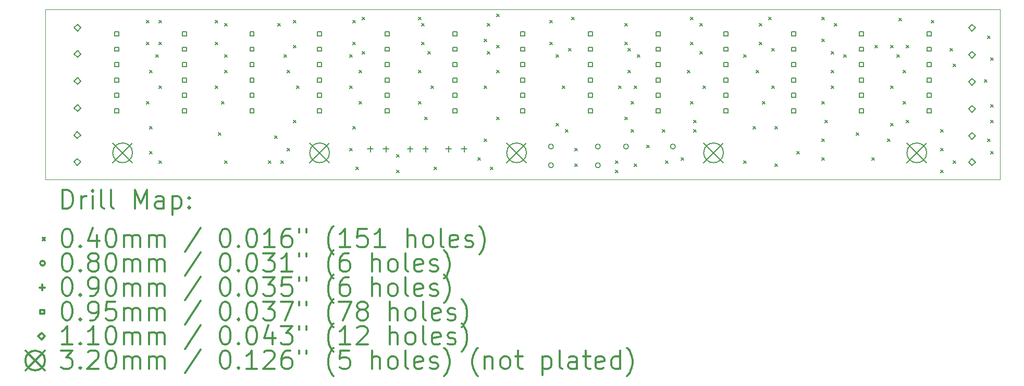
<source format=gbr>
%FSLAX45Y45*%
G04 Gerber Fmt 4.5, Leading zero omitted, Abs format (unit mm)*
G04 Created by KiCad (PCBNEW 5.1.9+dfsg1-1~bpo10+1) date 2022-05-16 17:10:35*
%MOMM*%
%LPD*%
G01*
G04 APERTURE LIST*
%TA.AperFunction,Profile*%
%ADD10C,0.050000*%
%TD*%
%ADD11C,0.200000*%
%ADD12C,0.300000*%
G04 APERTURE END LIST*
D10*
X23650000Y-9550000D02*
X8140000Y-9550000D01*
X23650000Y-12325000D02*
X23650000Y-9550000D01*
X8140000Y-12325000D02*
X23650000Y-12325000D01*
X8140000Y-9550000D02*
X8140000Y-12325000D01*
D11*
X9784400Y-9733600D02*
X9824400Y-9773600D01*
X9824400Y-9733600D02*
X9784400Y-9773600D01*
X9784400Y-10089200D02*
X9824400Y-10129200D01*
X9824400Y-10089200D02*
X9784400Y-10129200D01*
X9784400Y-11054400D02*
X9824400Y-11094400D01*
X9824400Y-11054400D02*
X9784400Y-11094400D01*
X9835200Y-10546400D02*
X9875200Y-10586400D01*
X9875200Y-10546400D02*
X9835200Y-10586400D01*
X9835200Y-11460800D02*
X9875200Y-11500800D01*
X9875200Y-11460800D02*
X9835200Y-11500800D01*
X9835200Y-11867200D02*
X9875200Y-11907200D01*
X9875200Y-11867200D02*
X9835200Y-11907200D01*
X9936800Y-10292400D02*
X9976800Y-10332400D01*
X9976800Y-10292400D02*
X9936800Y-10332400D01*
X9987600Y-9733600D02*
X10027600Y-9773600D01*
X10027600Y-9733600D02*
X9987600Y-9773600D01*
X9987600Y-10089200D02*
X10027600Y-10129200D01*
X10027600Y-10089200D02*
X9987600Y-10129200D01*
X9987600Y-10800400D02*
X10027600Y-10840400D01*
X10027600Y-10800400D02*
X9987600Y-10840400D01*
X9987600Y-12019600D02*
X10027600Y-12059600D01*
X10027600Y-12019600D02*
X9987600Y-12059600D01*
X10902000Y-9733600D02*
X10942000Y-9773600D01*
X10942000Y-9733600D02*
X10902000Y-9773600D01*
X10902000Y-10089200D02*
X10942000Y-10129200D01*
X10942000Y-10089200D02*
X10902000Y-10129200D01*
X10902000Y-10800400D02*
X10942000Y-10840400D01*
X10942000Y-10800400D02*
X10902000Y-10840400D01*
X10952800Y-11562400D02*
X10992800Y-11602400D01*
X10992800Y-11562400D02*
X10952800Y-11602400D01*
X11003600Y-11054400D02*
X11043600Y-11094400D01*
X11043600Y-11054400D02*
X11003600Y-11094400D01*
X11054400Y-9784400D02*
X11094400Y-9824400D01*
X11094400Y-9784400D02*
X11054400Y-9824400D01*
X11054400Y-10292400D02*
X11094400Y-10332400D01*
X11094400Y-10292400D02*
X11054400Y-10332400D01*
X11054400Y-10546400D02*
X11094400Y-10586400D01*
X11094400Y-10546400D02*
X11054400Y-10586400D01*
X11054400Y-12019600D02*
X11094400Y-12059600D01*
X11094400Y-12019600D02*
X11054400Y-12059600D01*
X11765600Y-12019600D02*
X11805600Y-12059600D01*
X11805600Y-12019600D02*
X11765600Y-12059600D01*
X11867200Y-11613200D02*
X11907200Y-11653200D01*
X11907200Y-11613200D02*
X11867200Y-11653200D01*
X11918000Y-9784400D02*
X11958000Y-9824400D01*
X11958000Y-9784400D02*
X11918000Y-9824400D01*
X11968800Y-12019600D02*
X12008800Y-12059600D01*
X12008800Y-12019600D02*
X11968800Y-12059600D01*
X12019600Y-10292400D02*
X12059600Y-10332400D01*
X12059600Y-10292400D02*
X12019600Y-10332400D01*
X12070400Y-10546400D02*
X12110400Y-10586400D01*
X12110400Y-10546400D02*
X12070400Y-10586400D01*
X12070400Y-11816400D02*
X12110400Y-11856400D01*
X12110400Y-11816400D02*
X12070400Y-11856400D01*
X12172000Y-9733600D02*
X12212000Y-9773600D01*
X12212000Y-9733600D02*
X12172000Y-9773600D01*
X12172000Y-10140000D02*
X12212000Y-10180000D01*
X12212000Y-10140000D02*
X12172000Y-10180000D01*
X12172000Y-11359200D02*
X12212000Y-11399200D01*
X12212000Y-11359200D02*
X12172000Y-11399200D01*
X12222800Y-10800400D02*
X12262800Y-10840400D01*
X12262800Y-10800400D02*
X12222800Y-10840400D01*
X13086400Y-10292400D02*
X13126400Y-10332400D01*
X13126400Y-10292400D02*
X13086400Y-10332400D01*
X13086400Y-10800400D02*
X13126400Y-10840400D01*
X13126400Y-10800400D02*
X13086400Y-10840400D01*
X13086400Y-11816400D02*
X13126400Y-11856400D01*
X13126400Y-11816400D02*
X13086400Y-11856400D01*
X13137200Y-9733600D02*
X13177200Y-9773600D01*
X13177200Y-9733600D02*
X13137200Y-9773600D01*
X13137200Y-10089200D02*
X13177200Y-10129200D01*
X13177200Y-10089200D02*
X13137200Y-10129200D01*
X13137200Y-11460800D02*
X13177200Y-11500800D01*
X13177200Y-11460800D02*
X13137200Y-11500800D01*
X13188000Y-12121200D02*
X13228000Y-12161200D01*
X13228000Y-12121200D02*
X13188000Y-12161200D01*
X13238800Y-10546400D02*
X13278800Y-10586400D01*
X13278800Y-10546400D02*
X13238800Y-10586400D01*
X13238800Y-11054400D02*
X13278800Y-11094400D01*
X13278800Y-11054400D02*
X13238800Y-11094400D01*
X13289600Y-9682800D02*
X13329600Y-9722800D01*
X13329600Y-9682800D02*
X13289600Y-9722800D01*
X13289600Y-10241600D02*
X13329600Y-10281600D01*
X13329600Y-10241600D02*
X13289600Y-10281600D01*
X13848400Y-11918000D02*
X13888400Y-11958000D01*
X13888400Y-11918000D02*
X13848400Y-11958000D01*
X13848400Y-12172000D02*
X13888400Y-12212000D01*
X13888400Y-12172000D02*
X13848400Y-12212000D01*
X14204000Y-9682800D02*
X14244000Y-9722800D01*
X14244000Y-9682800D02*
X14204000Y-9722800D01*
X14204000Y-10546400D02*
X14244000Y-10586400D01*
X14244000Y-10546400D02*
X14204000Y-10586400D01*
X14204000Y-11054400D02*
X14244000Y-11094400D01*
X14244000Y-11054400D02*
X14204000Y-11094400D01*
X14254800Y-9784400D02*
X14294800Y-9824400D01*
X14294800Y-9784400D02*
X14254800Y-9824400D01*
X14254800Y-10089200D02*
X14294800Y-10129200D01*
X14294800Y-10089200D02*
X14254800Y-10129200D01*
X14305600Y-11308400D02*
X14345600Y-11348400D01*
X14345600Y-11308400D02*
X14305600Y-11348400D01*
X14356400Y-10241600D02*
X14396400Y-10281600D01*
X14396400Y-10241600D02*
X14356400Y-10281600D01*
X14407200Y-10800400D02*
X14447200Y-10840400D01*
X14447200Y-10800400D02*
X14407200Y-10840400D01*
X14458000Y-12121200D02*
X14498000Y-12161200D01*
X14498000Y-12121200D02*
X14458000Y-12161200D01*
X15169200Y-11968800D02*
X15209200Y-12008800D01*
X15209200Y-11968800D02*
X15169200Y-12008800D01*
X15270800Y-10038400D02*
X15310800Y-10078400D01*
X15310800Y-10038400D02*
X15270800Y-10078400D01*
X15270800Y-10800400D02*
X15310800Y-10840400D01*
X15310800Y-10800400D02*
X15270800Y-10840400D01*
X15270800Y-11664000D02*
X15310800Y-11704000D01*
X15310800Y-11664000D02*
X15270800Y-11704000D01*
X15321600Y-9784400D02*
X15361600Y-9824400D01*
X15361600Y-9784400D02*
X15321600Y-9824400D01*
X15321600Y-10241600D02*
X15361600Y-10281600D01*
X15361600Y-10241600D02*
X15321600Y-10281600D01*
X15372400Y-12121200D02*
X15412400Y-12161200D01*
X15412400Y-12121200D02*
X15372400Y-12161200D01*
X15474000Y-9632000D02*
X15514000Y-9672000D01*
X15514000Y-9632000D02*
X15474000Y-9672000D01*
X15474000Y-10140000D02*
X15514000Y-10180000D01*
X15514000Y-10140000D02*
X15474000Y-10180000D01*
X15474000Y-10546400D02*
X15514000Y-10586400D01*
X15514000Y-10546400D02*
X15474000Y-10586400D01*
X15474000Y-11308400D02*
X15514000Y-11348400D01*
X15514000Y-11308400D02*
X15474000Y-11348400D01*
X16337600Y-9733600D02*
X16377600Y-9773600D01*
X16377600Y-9733600D02*
X16337600Y-9773600D01*
X16337600Y-10089200D02*
X16377600Y-10129200D01*
X16377600Y-10089200D02*
X16337600Y-10129200D01*
X16439200Y-10292400D02*
X16479200Y-10332400D01*
X16479200Y-10292400D02*
X16439200Y-10332400D01*
X16439200Y-11410000D02*
X16479200Y-11450000D01*
X16479200Y-11410000D02*
X16439200Y-11450000D01*
X16540800Y-10800400D02*
X16580800Y-10840400D01*
X16580800Y-10800400D02*
X16540800Y-10840400D01*
X16591600Y-11511600D02*
X16631600Y-11551600D01*
X16631600Y-11511600D02*
X16591600Y-11551600D01*
X16642400Y-10190800D02*
X16682400Y-10230800D01*
X16682400Y-10190800D02*
X16642400Y-10230800D01*
X16693200Y-9682800D02*
X16733200Y-9722800D01*
X16733200Y-9682800D02*
X16693200Y-9722800D01*
X16744000Y-11816400D02*
X16784000Y-11856400D01*
X16784000Y-11816400D02*
X16744000Y-11856400D01*
X16744000Y-12070400D02*
X16784000Y-12110400D01*
X16784000Y-12070400D02*
X16744000Y-12110400D01*
X17404400Y-12019600D02*
X17444400Y-12059600D01*
X17444400Y-12019600D02*
X17404400Y-12059600D01*
X17404400Y-12172000D02*
X17444400Y-12212000D01*
X17444400Y-12172000D02*
X17404400Y-12212000D01*
X17455200Y-10800400D02*
X17495200Y-10840400D01*
X17495200Y-10800400D02*
X17455200Y-10840400D01*
X17556800Y-9784400D02*
X17596800Y-9824400D01*
X17596800Y-9784400D02*
X17556800Y-9824400D01*
X17556800Y-10089200D02*
X17596800Y-10129200D01*
X17596800Y-10089200D02*
X17556800Y-10129200D01*
X17556800Y-11308400D02*
X17596800Y-11348400D01*
X17596800Y-11308400D02*
X17556800Y-11348400D01*
X17607600Y-10190800D02*
X17647600Y-10230800D01*
X17647600Y-10190800D02*
X17607600Y-10230800D01*
X17607600Y-10546400D02*
X17647600Y-10586400D01*
X17647600Y-10546400D02*
X17607600Y-10586400D01*
X17658400Y-11054400D02*
X17698400Y-11094400D01*
X17698400Y-11054400D02*
X17658400Y-11094400D01*
X17658400Y-11511600D02*
X17698400Y-11551600D01*
X17698400Y-11511600D02*
X17658400Y-11551600D01*
X17709200Y-10800400D02*
X17749200Y-10840400D01*
X17749200Y-10800400D02*
X17709200Y-10840400D01*
X17709200Y-12070400D02*
X17749200Y-12110400D01*
X17749200Y-12070400D02*
X17709200Y-12110400D01*
X17760000Y-10292400D02*
X17800000Y-10332400D01*
X17800000Y-10292400D02*
X17760000Y-10332400D01*
X17912400Y-11765600D02*
X17952400Y-11805600D01*
X17952400Y-11765600D02*
X17912400Y-11805600D01*
X18166400Y-11511600D02*
X18206400Y-11551600D01*
X18206400Y-11511600D02*
X18166400Y-11551600D01*
X18217200Y-12019600D02*
X18257200Y-12059600D01*
X18257200Y-12019600D02*
X18217200Y-12059600D01*
X18471200Y-11968800D02*
X18511200Y-12008800D01*
X18511200Y-11968800D02*
X18471200Y-12008800D01*
X18572800Y-10546400D02*
X18612800Y-10586400D01*
X18612800Y-10546400D02*
X18572800Y-10586400D01*
X18623600Y-9682800D02*
X18663600Y-9722800D01*
X18663600Y-9682800D02*
X18623600Y-9722800D01*
X18623600Y-10089200D02*
X18663600Y-10129200D01*
X18663600Y-10089200D02*
X18623600Y-10129200D01*
X18623600Y-11054400D02*
X18663600Y-11094400D01*
X18663600Y-11054400D02*
X18623600Y-11094400D01*
X18674400Y-11359200D02*
X18714400Y-11399200D01*
X18714400Y-11359200D02*
X18674400Y-11399200D01*
X18674400Y-11511600D02*
X18714400Y-11551600D01*
X18714400Y-11511600D02*
X18674400Y-11551600D01*
X18776000Y-9784400D02*
X18816000Y-9824400D01*
X18816000Y-9784400D02*
X18776000Y-9824400D01*
X18776000Y-10241600D02*
X18816000Y-10281600D01*
X18816000Y-10241600D02*
X18776000Y-10281600D01*
X18826800Y-10800400D02*
X18866800Y-10840400D01*
X18866800Y-10800400D02*
X18826800Y-10840400D01*
X19487200Y-10292400D02*
X19527200Y-10332400D01*
X19527200Y-10292400D02*
X19487200Y-10332400D01*
X19487200Y-12019600D02*
X19527200Y-12059600D01*
X19527200Y-12019600D02*
X19487200Y-12059600D01*
X19639600Y-11460800D02*
X19679600Y-11500800D01*
X19679600Y-11460800D02*
X19639600Y-11500800D01*
X19690400Y-10546400D02*
X19730400Y-10586400D01*
X19730400Y-10546400D02*
X19690400Y-10586400D01*
X19741200Y-9784400D02*
X19781200Y-9824400D01*
X19781200Y-9784400D02*
X19741200Y-9824400D01*
X19741200Y-10089200D02*
X19781200Y-10129200D01*
X19781200Y-10089200D02*
X19741200Y-10129200D01*
X19792000Y-11054400D02*
X19832000Y-11094400D01*
X19832000Y-11054400D02*
X19792000Y-11094400D01*
X19893600Y-9682800D02*
X19933600Y-9722800D01*
X19933600Y-9682800D02*
X19893600Y-9722800D01*
X19944400Y-10190800D02*
X19984400Y-10230800D01*
X19984400Y-10190800D02*
X19944400Y-10230800D01*
X19944400Y-10800400D02*
X19984400Y-10840400D01*
X19984400Y-10800400D02*
X19944400Y-10840400D01*
X19995200Y-11460800D02*
X20035200Y-11500800D01*
X20035200Y-11460800D02*
X19995200Y-11500800D01*
X19995200Y-12070400D02*
X20035200Y-12110400D01*
X20035200Y-12070400D02*
X19995200Y-12110400D01*
X20350800Y-11867200D02*
X20390800Y-11907200D01*
X20390800Y-11867200D02*
X20350800Y-11907200D01*
X20757200Y-9682800D02*
X20797200Y-9722800D01*
X20797200Y-9682800D02*
X20757200Y-9722800D01*
X20757200Y-10038400D02*
X20797200Y-10078400D01*
X20797200Y-10038400D02*
X20757200Y-10078400D01*
X20757200Y-11054400D02*
X20797200Y-11094400D01*
X20797200Y-11054400D02*
X20757200Y-11094400D01*
X20757200Y-11664000D02*
X20797200Y-11704000D01*
X20797200Y-11664000D02*
X20757200Y-11704000D01*
X20757200Y-11968800D02*
X20797200Y-12008800D01*
X20797200Y-11968800D02*
X20757200Y-12008800D01*
X20808000Y-11359200D02*
X20848000Y-11399200D01*
X20848000Y-11359200D02*
X20808000Y-11399200D01*
X20909600Y-10241600D02*
X20949600Y-10281600D01*
X20949600Y-10241600D02*
X20909600Y-10281600D01*
X20909600Y-10546400D02*
X20949600Y-10586400D01*
X20949600Y-10546400D02*
X20909600Y-10586400D01*
X20909600Y-10800400D02*
X20949600Y-10840400D01*
X20949600Y-10800400D02*
X20909600Y-10840400D01*
X20960400Y-9784400D02*
X21000400Y-9824400D01*
X21000400Y-9784400D02*
X20960400Y-9824400D01*
X21112800Y-10292400D02*
X21152800Y-10332400D01*
X21152800Y-10292400D02*
X21112800Y-10332400D01*
X21316000Y-11562400D02*
X21356000Y-11602400D01*
X21356000Y-11562400D02*
X21316000Y-11602400D01*
X21570000Y-11968800D02*
X21610000Y-12008800D01*
X21610000Y-11968800D02*
X21570000Y-12008800D01*
X21620800Y-10140000D02*
X21660800Y-10180000D01*
X21660800Y-10140000D02*
X21620800Y-10180000D01*
X21824000Y-11664000D02*
X21864000Y-11704000D01*
X21864000Y-11664000D02*
X21824000Y-11704000D01*
X21874800Y-10140000D02*
X21914800Y-10180000D01*
X21914800Y-10140000D02*
X21874800Y-10180000D01*
X21874800Y-10800400D02*
X21914800Y-10840400D01*
X21914800Y-10800400D02*
X21874800Y-10840400D01*
X21874800Y-11410000D02*
X21914800Y-11450000D01*
X21914800Y-11410000D02*
X21874800Y-11450000D01*
X21976400Y-10292400D02*
X22016400Y-10332400D01*
X22016400Y-10292400D02*
X21976400Y-10332400D01*
X22014500Y-9695500D02*
X22054500Y-9735500D01*
X22054500Y-9695500D02*
X22014500Y-9735500D01*
X22078000Y-10546400D02*
X22118000Y-10586400D01*
X22118000Y-10546400D02*
X22078000Y-10586400D01*
X22078000Y-11054400D02*
X22118000Y-11094400D01*
X22118000Y-11054400D02*
X22078000Y-11094400D01*
X22128800Y-10140000D02*
X22168800Y-10180000D01*
X22168800Y-10140000D02*
X22128800Y-10180000D01*
X22128800Y-11359200D02*
X22168800Y-11399200D01*
X22168800Y-11359200D02*
X22128800Y-11399200D01*
X22535200Y-9733600D02*
X22575200Y-9773600D01*
X22575200Y-9733600D02*
X22535200Y-9773600D01*
X22687600Y-11511600D02*
X22727600Y-11551600D01*
X22727600Y-11511600D02*
X22687600Y-11551600D01*
X22687600Y-11816400D02*
X22727600Y-11856400D01*
X22727600Y-11816400D02*
X22687600Y-11856400D01*
X22687600Y-12172000D02*
X22727600Y-12212000D01*
X22727600Y-12172000D02*
X22687600Y-12212000D01*
X22840000Y-10190800D02*
X22880000Y-10230800D01*
X22880000Y-10190800D02*
X22840000Y-10230800D01*
X22890800Y-10444800D02*
X22930800Y-10484800D01*
X22930800Y-10444800D02*
X22890800Y-10484800D01*
X22890800Y-12019600D02*
X22930800Y-12059600D01*
X22930800Y-12019600D02*
X22890800Y-12059600D01*
X23398800Y-10698800D02*
X23438800Y-10738800D01*
X23438800Y-10698800D02*
X23398800Y-10738800D01*
X23449600Y-9987600D02*
X23489600Y-10027600D01*
X23489600Y-9987600D02*
X23449600Y-10027600D01*
X23449600Y-11664000D02*
X23489600Y-11704000D01*
X23489600Y-11664000D02*
X23449600Y-11704000D01*
X23500400Y-10343200D02*
X23540400Y-10383200D01*
X23540400Y-10343200D02*
X23500400Y-10383200D01*
X23500400Y-11105200D02*
X23540400Y-11145200D01*
X23540400Y-11105200D02*
X23500400Y-11145200D01*
X23500400Y-11359200D02*
X23540400Y-11399200D01*
X23540400Y-11359200D02*
X23500400Y-11399200D01*
X23500400Y-11867200D02*
X23540400Y-11907200D01*
X23540400Y-11867200D02*
X23500400Y-11907200D01*
X16397600Y-11785600D02*
G75*
G03*
X16397600Y-11785600I-40000J0D01*
G01*
X16397600Y-12090400D02*
G75*
G03*
X16397600Y-12090400I-40000J0D01*
G01*
X17159600Y-11785600D02*
G75*
G03*
X17159600Y-11785600I-40000J0D01*
G01*
X17159600Y-12090400D02*
G75*
G03*
X17159600Y-12090400I-40000J0D01*
G01*
X17616800Y-11785600D02*
G75*
G03*
X17616800Y-11785600I-40000J0D01*
G01*
X18378800Y-11785600D02*
G75*
G03*
X18378800Y-11785600I-40000J0D01*
G01*
X13423400Y-11779200D02*
X13423400Y-11869200D01*
X13378400Y-11824200D02*
X13468400Y-11824200D01*
X13677400Y-11779200D02*
X13677400Y-11869200D01*
X13632400Y-11824200D02*
X13722400Y-11824200D01*
X14069400Y-11779200D02*
X14069400Y-11869200D01*
X14024400Y-11824200D02*
X14114400Y-11824200D01*
X14323400Y-11779200D02*
X14323400Y-11869200D01*
X14278400Y-11824200D02*
X14368400Y-11824200D01*
X14694400Y-11779200D02*
X14694400Y-11869200D01*
X14649400Y-11824200D02*
X14739400Y-11824200D01*
X14948400Y-11779200D02*
X14948400Y-11869200D01*
X14903400Y-11824200D02*
X14993400Y-11824200D01*
X9333588Y-9983588D02*
X9333588Y-9916412D01*
X9266412Y-9916412D01*
X9266412Y-9983588D01*
X9333588Y-9983588D01*
X9333588Y-10233588D02*
X9333588Y-10166412D01*
X9266412Y-10166412D01*
X9266412Y-10233588D01*
X9333588Y-10233588D01*
X9333588Y-10483588D02*
X9333588Y-10416412D01*
X9266412Y-10416412D01*
X9266412Y-10483588D01*
X9333588Y-10483588D01*
X9333588Y-10733588D02*
X9333588Y-10666412D01*
X9266412Y-10666412D01*
X9266412Y-10733588D01*
X9333588Y-10733588D01*
X9333588Y-10983588D02*
X9333588Y-10916412D01*
X9266412Y-10916412D01*
X9266412Y-10983588D01*
X9333588Y-10983588D01*
X9333588Y-11233588D02*
X9333588Y-11166412D01*
X9266412Y-11166412D01*
X9266412Y-11233588D01*
X9333588Y-11233588D01*
X10433588Y-9983588D02*
X10433588Y-9916412D01*
X10366412Y-9916412D01*
X10366412Y-9983588D01*
X10433588Y-9983588D01*
X10433588Y-10233588D02*
X10433588Y-10166412D01*
X10366412Y-10166412D01*
X10366412Y-10233588D01*
X10433588Y-10233588D01*
X10433588Y-10483588D02*
X10433588Y-10416412D01*
X10366412Y-10416412D01*
X10366412Y-10483588D01*
X10433588Y-10483588D01*
X10433588Y-10733588D02*
X10433588Y-10666412D01*
X10366412Y-10666412D01*
X10366412Y-10733588D01*
X10433588Y-10733588D01*
X10433588Y-10983588D02*
X10433588Y-10916412D01*
X10366412Y-10916412D01*
X10366412Y-10983588D01*
X10433588Y-10983588D01*
X10433588Y-11233588D02*
X10433588Y-11166412D01*
X10366412Y-11166412D01*
X10366412Y-11233588D01*
X10433588Y-11233588D01*
X11533588Y-9983588D02*
X11533588Y-9916412D01*
X11466412Y-9916412D01*
X11466412Y-9983588D01*
X11533588Y-9983588D01*
X11533588Y-10233588D02*
X11533588Y-10166412D01*
X11466412Y-10166412D01*
X11466412Y-10233588D01*
X11533588Y-10233588D01*
X11533588Y-10483588D02*
X11533588Y-10416412D01*
X11466412Y-10416412D01*
X11466412Y-10483588D01*
X11533588Y-10483588D01*
X11533588Y-10733588D02*
X11533588Y-10666412D01*
X11466412Y-10666412D01*
X11466412Y-10733588D01*
X11533588Y-10733588D01*
X11533588Y-10983588D02*
X11533588Y-10916412D01*
X11466412Y-10916412D01*
X11466412Y-10983588D01*
X11533588Y-10983588D01*
X11533588Y-11233588D02*
X11533588Y-11166412D01*
X11466412Y-11166412D01*
X11466412Y-11233588D01*
X11533588Y-11233588D01*
X12633588Y-9983588D02*
X12633588Y-9916412D01*
X12566412Y-9916412D01*
X12566412Y-9983588D01*
X12633588Y-9983588D01*
X12633588Y-10233588D02*
X12633588Y-10166412D01*
X12566412Y-10166412D01*
X12566412Y-10233588D01*
X12633588Y-10233588D01*
X12633588Y-10483588D02*
X12633588Y-10416412D01*
X12566412Y-10416412D01*
X12566412Y-10483588D01*
X12633588Y-10483588D01*
X12633588Y-10733588D02*
X12633588Y-10666412D01*
X12566412Y-10666412D01*
X12566412Y-10733588D01*
X12633588Y-10733588D01*
X12633588Y-10983588D02*
X12633588Y-10916412D01*
X12566412Y-10916412D01*
X12566412Y-10983588D01*
X12633588Y-10983588D01*
X12633588Y-11233588D02*
X12633588Y-11166412D01*
X12566412Y-11166412D01*
X12566412Y-11233588D01*
X12633588Y-11233588D01*
X13733588Y-9983588D02*
X13733588Y-9916412D01*
X13666412Y-9916412D01*
X13666412Y-9983588D01*
X13733588Y-9983588D01*
X13733588Y-10233588D02*
X13733588Y-10166412D01*
X13666412Y-10166412D01*
X13666412Y-10233588D01*
X13733588Y-10233588D01*
X13733588Y-10483588D02*
X13733588Y-10416412D01*
X13666412Y-10416412D01*
X13666412Y-10483588D01*
X13733588Y-10483588D01*
X13733588Y-10733588D02*
X13733588Y-10666412D01*
X13666412Y-10666412D01*
X13666412Y-10733588D01*
X13733588Y-10733588D01*
X13733588Y-10983588D02*
X13733588Y-10916412D01*
X13666412Y-10916412D01*
X13666412Y-10983588D01*
X13733588Y-10983588D01*
X13733588Y-11233588D02*
X13733588Y-11166412D01*
X13666412Y-11166412D01*
X13666412Y-11233588D01*
X13733588Y-11233588D01*
X14833588Y-9983588D02*
X14833588Y-9916412D01*
X14766412Y-9916412D01*
X14766412Y-9983588D01*
X14833588Y-9983588D01*
X14833588Y-10233588D02*
X14833588Y-10166412D01*
X14766412Y-10166412D01*
X14766412Y-10233588D01*
X14833588Y-10233588D01*
X14833588Y-10483588D02*
X14833588Y-10416412D01*
X14766412Y-10416412D01*
X14766412Y-10483588D01*
X14833588Y-10483588D01*
X14833588Y-10733588D02*
X14833588Y-10666412D01*
X14766412Y-10666412D01*
X14766412Y-10733588D01*
X14833588Y-10733588D01*
X14833588Y-10983588D02*
X14833588Y-10916412D01*
X14766412Y-10916412D01*
X14766412Y-10983588D01*
X14833588Y-10983588D01*
X14833588Y-11233588D02*
X14833588Y-11166412D01*
X14766412Y-11166412D01*
X14766412Y-11233588D01*
X14833588Y-11233588D01*
X15933588Y-9983588D02*
X15933588Y-9916412D01*
X15866412Y-9916412D01*
X15866412Y-9983588D01*
X15933588Y-9983588D01*
X15933588Y-10233588D02*
X15933588Y-10166412D01*
X15866412Y-10166412D01*
X15866412Y-10233588D01*
X15933588Y-10233588D01*
X15933588Y-10483588D02*
X15933588Y-10416412D01*
X15866412Y-10416412D01*
X15866412Y-10483588D01*
X15933588Y-10483588D01*
X15933588Y-10733588D02*
X15933588Y-10666412D01*
X15866412Y-10666412D01*
X15866412Y-10733588D01*
X15933588Y-10733588D01*
X15933588Y-10983588D02*
X15933588Y-10916412D01*
X15866412Y-10916412D01*
X15866412Y-10983588D01*
X15933588Y-10983588D01*
X15933588Y-11233588D02*
X15933588Y-11166412D01*
X15866412Y-11166412D01*
X15866412Y-11233588D01*
X15933588Y-11233588D01*
X17033588Y-9983588D02*
X17033588Y-9916412D01*
X16966412Y-9916412D01*
X16966412Y-9983588D01*
X17033588Y-9983588D01*
X17033588Y-10233588D02*
X17033588Y-10166412D01*
X16966412Y-10166412D01*
X16966412Y-10233588D01*
X17033588Y-10233588D01*
X17033588Y-10483588D02*
X17033588Y-10416412D01*
X16966412Y-10416412D01*
X16966412Y-10483588D01*
X17033588Y-10483588D01*
X17033588Y-10733588D02*
X17033588Y-10666412D01*
X16966412Y-10666412D01*
X16966412Y-10733588D01*
X17033588Y-10733588D01*
X17033588Y-10983588D02*
X17033588Y-10916412D01*
X16966412Y-10916412D01*
X16966412Y-10983588D01*
X17033588Y-10983588D01*
X17033588Y-11233588D02*
X17033588Y-11166412D01*
X16966412Y-11166412D01*
X16966412Y-11233588D01*
X17033588Y-11233588D01*
X18133588Y-9983588D02*
X18133588Y-9916412D01*
X18066412Y-9916412D01*
X18066412Y-9983588D01*
X18133588Y-9983588D01*
X18133588Y-10233588D02*
X18133588Y-10166412D01*
X18066412Y-10166412D01*
X18066412Y-10233588D01*
X18133588Y-10233588D01*
X18133588Y-10483588D02*
X18133588Y-10416412D01*
X18066412Y-10416412D01*
X18066412Y-10483588D01*
X18133588Y-10483588D01*
X18133588Y-10733588D02*
X18133588Y-10666412D01*
X18066412Y-10666412D01*
X18066412Y-10733588D01*
X18133588Y-10733588D01*
X18133588Y-10983588D02*
X18133588Y-10916412D01*
X18066412Y-10916412D01*
X18066412Y-10983588D01*
X18133588Y-10983588D01*
X18133588Y-11233588D02*
X18133588Y-11166412D01*
X18066412Y-11166412D01*
X18066412Y-11233588D01*
X18133588Y-11233588D01*
X19233588Y-9983588D02*
X19233588Y-9916412D01*
X19166412Y-9916412D01*
X19166412Y-9983588D01*
X19233588Y-9983588D01*
X19233588Y-10233588D02*
X19233588Y-10166412D01*
X19166412Y-10166412D01*
X19166412Y-10233588D01*
X19233588Y-10233588D01*
X19233588Y-10483588D02*
X19233588Y-10416412D01*
X19166412Y-10416412D01*
X19166412Y-10483588D01*
X19233588Y-10483588D01*
X19233588Y-10733588D02*
X19233588Y-10666412D01*
X19166412Y-10666412D01*
X19166412Y-10733588D01*
X19233588Y-10733588D01*
X19233588Y-10983588D02*
X19233588Y-10916412D01*
X19166412Y-10916412D01*
X19166412Y-10983588D01*
X19233588Y-10983588D01*
X19233588Y-11233588D02*
X19233588Y-11166412D01*
X19166412Y-11166412D01*
X19166412Y-11233588D01*
X19233588Y-11233588D01*
X20333588Y-9983588D02*
X20333588Y-9916412D01*
X20266412Y-9916412D01*
X20266412Y-9983588D01*
X20333588Y-9983588D01*
X20333588Y-10233588D02*
X20333588Y-10166412D01*
X20266412Y-10166412D01*
X20266412Y-10233588D01*
X20333588Y-10233588D01*
X20333588Y-10483588D02*
X20333588Y-10416412D01*
X20266412Y-10416412D01*
X20266412Y-10483588D01*
X20333588Y-10483588D01*
X20333588Y-10733588D02*
X20333588Y-10666412D01*
X20266412Y-10666412D01*
X20266412Y-10733588D01*
X20333588Y-10733588D01*
X20333588Y-10983588D02*
X20333588Y-10916412D01*
X20266412Y-10916412D01*
X20266412Y-10983588D01*
X20333588Y-10983588D01*
X20333588Y-11233588D02*
X20333588Y-11166412D01*
X20266412Y-11166412D01*
X20266412Y-11233588D01*
X20333588Y-11233588D01*
X21433588Y-9983588D02*
X21433588Y-9916412D01*
X21366412Y-9916412D01*
X21366412Y-9983588D01*
X21433588Y-9983588D01*
X21433588Y-10233588D02*
X21433588Y-10166412D01*
X21366412Y-10166412D01*
X21366412Y-10233588D01*
X21433588Y-10233588D01*
X21433588Y-10483588D02*
X21433588Y-10416412D01*
X21366412Y-10416412D01*
X21366412Y-10483588D01*
X21433588Y-10483588D01*
X21433588Y-10733588D02*
X21433588Y-10666412D01*
X21366412Y-10666412D01*
X21366412Y-10733588D01*
X21433588Y-10733588D01*
X21433588Y-10983588D02*
X21433588Y-10916412D01*
X21366412Y-10916412D01*
X21366412Y-10983588D01*
X21433588Y-10983588D01*
X21433588Y-11233588D02*
X21433588Y-11166412D01*
X21366412Y-11166412D01*
X21366412Y-11233588D01*
X21433588Y-11233588D01*
X22533588Y-9983588D02*
X22533588Y-9916412D01*
X22466412Y-9916412D01*
X22466412Y-9983588D01*
X22533588Y-9983588D01*
X22533588Y-10233588D02*
X22533588Y-10166412D01*
X22466412Y-10166412D01*
X22466412Y-10233588D01*
X22533588Y-10233588D01*
X22533588Y-10483588D02*
X22533588Y-10416412D01*
X22466412Y-10416412D01*
X22466412Y-10483588D01*
X22533588Y-10483588D01*
X22533588Y-10733588D02*
X22533588Y-10666412D01*
X22466412Y-10666412D01*
X22466412Y-10733588D01*
X22533588Y-10733588D01*
X22533588Y-10983588D02*
X22533588Y-10916412D01*
X22466412Y-10916412D01*
X22466412Y-10983588D01*
X22533588Y-10983588D01*
X22533588Y-11233588D02*
X22533588Y-11166412D01*
X22466412Y-11166412D01*
X22466412Y-11233588D01*
X22533588Y-11233588D01*
X8660000Y-11655000D02*
X8715000Y-11600000D01*
X8660000Y-11545000D01*
X8605000Y-11600000D01*
X8660000Y-11655000D01*
X8660000Y-12091000D02*
X8715000Y-12036000D01*
X8660000Y-11981000D01*
X8605000Y-12036000D01*
X8660000Y-12091000D01*
X8665000Y-9905000D02*
X8720000Y-9850000D01*
X8665000Y-9795000D01*
X8610000Y-9850000D01*
X8665000Y-9905000D01*
X8665000Y-10335000D02*
X8720000Y-10280000D01*
X8665000Y-10225000D01*
X8610000Y-10280000D01*
X8665000Y-10335000D01*
X8665000Y-10775000D02*
X8720000Y-10720000D01*
X8665000Y-10665000D01*
X8610000Y-10720000D01*
X8665000Y-10775000D01*
X8665000Y-11215000D02*
X8720000Y-11160000D01*
X8665000Y-11105000D01*
X8610000Y-11160000D01*
X8665000Y-11215000D01*
X23200000Y-9905000D02*
X23255000Y-9850000D01*
X23200000Y-9795000D01*
X23145000Y-9850000D01*
X23200000Y-9905000D01*
X23200000Y-10345000D02*
X23255000Y-10290000D01*
X23200000Y-10235000D01*
X23145000Y-10290000D01*
X23200000Y-10345000D01*
X23200000Y-10785000D02*
X23255000Y-10730000D01*
X23200000Y-10675000D01*
X23145000Y-10730000D01*
X23200000Y-10785000D01*
X23200000Y-11225000D02*
X23255000Y-11170000D01*
X23200000Y-11115000D01*
X23145000Y-11170000D01*
X23200000Y-11225000D01*
X23200000Y-11665000D02*
X23255000Y-11610000D01*
X23200000Y-11555000D01*
X23145000Y-11610000D01*
X23200000Y-11665000D01*
X23200000Y-12095000D02*
X23255000Y-12040000D01*
X23200000Y-11985000D01*
X23145000Y-12040000D01*
X23200000Y-12095000D01*
X9238000Y-11727200D02*
X9558000Y-12047200D01*
X9558000Y-11727200D02*
X9238000Y-12047200D01*
X9558000Y-11887200D02*
G75*
G03*
X9558000Y-11887200I-160000J0D01*
G01*
X12438400Y-11727200D02*
X12758400Y-12047200D01*
X12758400Y-11727200D02*
X12438400Y-12047200D01*
X12758400Y-11887200D02*
G75*
G03*
X12758400Y-11887200I-160000J0D01*
G01*
X15638800Y-11727200D02*
X15958800Y-12047200D01*
X15958800Y-11727200D02*
X15638800Y-12047200D01*
X15958800Y-11887200D02*
G75*
G03*
X15958800Y-11887200I-160000J0D01*
G01*
X18839200Y-11727200D02*
X19159200Y-12047200D01*
X19159200Y-11727200D02*
X18839200Y-12047200D01*
X19159200Y-11887200D02*
G75*
G03*
X19159200Y-11887200I-160000J0D01*
G01*
X22141200Y-11727200D02*
X22461200Y-12047200D01*
X22461200Y-11727200D02*
X22141200Y-12047200D01*
X22461200Y-11887200D02*
G75*
G03*
X22461200Y-11887200I-160000J0D01*
G01*
D12*
X8423928Y-12793214D02*
X8423928Y-12493214D01*
X8495357Y-12493214D01*
X8538214Y-12507500D01*
X8566786Y-12536071D01*
X8581071Y-12564643D01*
X8595357Y-12621786D01*
X8595357Y-12664643D01*
X8581071Y-12721786D01*
X8566786Y-12750357D01*
X8538214Y-12778929D01*
X8495357Y-12793214D01*
X8423928Y-12793214D01*
X8723928Y-12793214D02*
X8723928Y-12593214D01*
X8723928Y-12650357D02*
X8738214Y-12621786D01*
X8752500Y-12607500D01*
X8781071Y-12593214D01*
X8809643Y-12593214D01*
X8909643Y-12793214D02*
X8909643Y-12593214D01*
X8909643Y-12493214D02*
X8895357Y-12507500D01*
X8909643Y-12521786D01*
X8923928Y-12507500D01*
X8909643Y-12493214D01*
X8909643Y-12521786D01*
X9095357Y-12793214D02*
X9066786Y-12778929D01*
X9052500Y-12750357D01*
X9052500Y-12493214D01*
X9252500Y-12793214D02*
X9223928Y-12778929D01*
X9209643Y-12750357D01*
X9209643Y-12493214D01*
X9595357Y-12793214D02*
X9595357Y-12493214D01*
X9695357Y-12707500D01*
X9795357Y-12493214D01*
X9795357Y-12793214D01*
X10066786Y-12793214D02*
X10066786Y-12636071D01*
X10052500Y-12607500D01*
X10023928Y-12593214D01*
X9966786Y-12593214D01*
X9938214Y-12607500D01*
X10066786Y-12778929D02*
X10038214Y-12793214D01*
X9966786Y-12793214D01*
X9938214Y-12778929D01*
X9923928Y-12750357D01*
X9923928Y-12721786D01*
X9938214Y-12693214D01*
X9966786Y-12678929D01*
X10038214Y-12678929D01*
X10066786Y-12664643D01*
X10209643Y-12593214D02*
X10209643Y-12893214D01*
X10209643Y-12607500D02*
X10238214Y-12593214D01*
X10295357Y-12593214D01*
X10323928Y-12607500D01*
X10338214Y-12621786D01*
X10352500Y-12650357D01*
X10352500Y-12736071D01*
X10338214Y-12764643D01*
X10323928Y-12778929D01*
X10295357Y-12793214D01*
X10238214Y-12793214D01*
X10209643Y-12778929D01*
X10481071Y-12764643D02*
X10495357Y-12778929D01*
X10481071Y-12793214D01*
X10466786Y-12778929D01*
X10481071Y-12764643D01*
X10481071Y-12793214D01*
X10481071Y-12607500D02*
X10495357Y-12621786D01*
X10481071Y-12636071D01*
X10466786Y-12621786D01*
X10481071Y-12607500D01*
X10481071Y-12636071D01*
X8097500Y-13267500D02*
X8137500Y-13307500D01*
X8137500Y-13267500D02*
X8097500Y-13307500D01*
X8481071Y-13123214D02*
X8509643Y-13123214D01*
X8538214Y-13137500D01*
X8552500Y-13151786D01*
X8566786Y-13180357D01*
X8581071Y-13237500D01*
X8581071Y-13308929D01*
X8566786Y-13366071D01*
X8552500Y-13394643D01*
X8538214Y-13408929D01*
X8509643Y-13423214D01*
X8481071Y-13423214D01*
X8452500Y-13408929D01*
X8438214Y-13394643D01*
X8423928Y-13366071D01*
X8409643Y-13308929D01*
X8409643Y-13237500D01*
X8423928Y-13180357D01*
X8438214Y-13151786D01*
X8452500Y-13137500D01*
X8481071Y-13123214D01*
X8709643Y-13394643D02*
X8723928Y-13408929D01*
X8709643Y-13423214D01*
X8695357Y-13408929D01*
X8709643Y-13394643D01*
X8709643Y-13423214D01*
X8981071Y-13223214D02*
X8981071Y-13423214D01*
X8909643Y-13108929D02*
X8838214Y-13323214D01*
X9023928Y-13323214D01*
X9195357Y-13123214D02*
X9223928Y-13123214D01*
X9252500Y-13137500D01*
X9266786Y-13151786D01*
X9281071Y-13180357D01*
X9295357Y-13237500D01*
X9295357Y-13308929D01*
X9281071Y-13366071D01*
X9266786Y-13394643D01*
X9252500Y-13408929D01*
X9223928Y-13423214D01*
X9195357Y-13423214D01*
X9166786Y-13408929D01*
X9152500Y-13394643D01*
X9138214Y-13366071D01*
X9123928Y-13308929D01*
X9123928Y-13237500D01*
X9138214Y-13180357D01*
X9152500Y-13151786D01*
X9166786Y-13137500D01*
X9195357Y-13123214D01*
X9423928Y-13423214D02*
X9423928Y-13223214D01*
X9423928Y-13251786D02*
X9438214Y-13237500D01*
X9466786Y-13223214D01*
X9509643Y-13223214D01*
X9538214Y-13237500D01*
X9552500Y-13266071D01*
X9552500Y-13423214D01*
X9552500Y-13266071D02*
X9566786Y-13237500D01*
X9595357Y-13223214D01*
X9638214Y-13223214D01*
X9666786Y-13237500D01*
X9681071Y-13266071D01*
X9681071Y-13423214D01*
X9823928Y-13423214D02*
X9823928Y-13223214D01*
X9823928Y-13251786D02*
X9838214Y-13237500D01*
X9866786Y-13223214D01*
X9909643Y-13223214D01*
X9938214Y-13237500D01*
X9952500Y-13266071D01*
X9952500Y-13423214D01*
X9952500Y-13266071D02*
X9966786Y-13237500D01*
X9995357Y-13223214D01*
X10038214Y-13223214D01*
X10066786Y-13237500D01*
X10081071Y-13266071D01*
X10081071Y-13423214D01*
X10666786Y-13108929D02*
X10409643Y-13494643D01*
X11052500Y-13123214D02*
X11081071Y-13123214D01*
X11109643Y-13137500D01*
X11123928Y-13151786D01*
X11138214Y-13180357D01*
X11152500Y-13237500D01*
X11152500Y-13308929D01*
X11138214Y-13366071D01*
X11123928Y-13394643D01*
X11109643Y-13408929D01*
X11081071Y-13423214D01*
X11052500Y-13423214D01*
X11023928Y-13408929D01*
X11009643Y-13394643D01*
X10995357Y-13366071D01*
X10981071Y-13308929D01*
X10981071Y-13237500D01*
X10995357Y-13180357D01*
X11009643Y-13151786D01*
X11023928Y-13137500D01*
X11052500Y-13123214D01*
X11281071Y-13394643D02*
X11295357Y-13408929D01*
X11281071Y-13423214D01*
X11266786Y-13408929D01*
X11281071Y-13394643D01*
X11281071Y-13423214D01*
X11481071Y-13123214D02*
X11509643Y-13123214D01*
X11538214Y-13137500D01*
X11552500Y-13151786D01*
X11566786Y-13180357D01*
X11581071Y-13237500D01*
X11581071Y-13308929D01*
X11566786Y-13366071D01*
X11552500Y-13394643D01*
X11538214Y-13408929D01*
X11509643Y-13423214D01*
X11481071Y-13423214D01*
X11452500Y-13408929D01*
X11438214Y-13394643D01*
X11423928Y-13366071D01*
X11409643Y-13308929D01*
X11409643Y-13237500D01*
X11423928Y-13180357D01*
X11438214Y-13151786D01*
X11452500Y-13137500D01*
X11481071Y-13123214D01*
X11866786Y-13423214D02*
X11695357Y-13423214D01*
X11781071Y-13423214D02*
X11781071Y-13123214D01*
X11752500Y-13166071D01*
X11723928Y-13194643D01*
X11695357Y-13208929D01*
X12123928Y-13123214D02*
X12066786Y-13123214D01*
X12038214Y-13137500D01*
X12023928Y-13151786D01*
X11995357Y-13194643D01*
X11981071Y-13251786D01*
X11981071Y-13366071D01*
X11995357Y-13394643D01*
X12009643Y-13408929D01*
X12038214Y-13423214D01*
X12095357Y-13423214D01*
X12123928Y-13408929D01*
X12138214Y-13394643D01*
X12152500Y-13366071D01*
X12152500Y-13294643D01*
X12138214Y-13266071D01*
X12123928Y-13251786D01*
X12095357Y-13237500D01*
X12038214Y-13237500D01*
X12009643Y-13251786D01*
X11995357Y-13266071D01*
X11981071Y-13294643D01*
X12266786Y-13123214D02*
X12266786Y-13180357D01*
X12381071Y-13123214D02*
X12381071Y-13180357D01*
X12823928Y-13537500D02*
X12809643Y-13523214D01*
X12781071Y-13480357D01*
X12766786Y-13451786D01*
X12752500Y-13408929D01*
X12738214Y-13337500D01*
X12738214Y-13280357D01*
X12752500Y-13208929D01*
X12766786Y-13166071D01*
X12781071Y-13137500D01*
X12809643Y-13094643D01*
X12823928Y-13080357D01*
X13095357Y-13423214D02*
X12923928Y-13423214D01*
X13009643Y-13423214D02*
X13009643Y-13123214D01*
X12981071Y-13166071D01*
X12952500Y-13194643D01*
X12923928Y-13208929D01*
X13366786Y-13123214D02*
X13223928Y-13123214D01*
X13209643Y-13266071D01*
X13223928Y-13251786D01*
X13252500Y-13237500D01*
X13323928Y-13237500D01*
X13352500Y-13251786D01*
X13366786Y-13266071D01*
X13381071Y-13294643D01*
X13381071Y-13366071D01*
X13366786Y-13394643D01*
X13352500Y-13408929D01*
X13323928Y-13423214D01*
X13252500Y-13423214D01*
X13223928Y-13408929D01*
X13209643Y-13394643D01*
X13666786Y-13423214D02*
X13495357Y-13423214D01*
X13581071Y-13423214D02*
X13581071Y-13123214D01*
X13552500Y-13166071D01*
X13523928Y-13194643D01*
X13495357Y-13208929D01*
X14023928Y-13423214D02*
X14023928Y-13123214D01*
X14152500Y-13423214D02*
X14152500Y-13266071D01*
X14138214Y-13237500D01*
X14109643Y-13223214D01*
X14066786Y-13223214D01*
X14038214Y-13237500D01*
X14023928Y-13251786D01*
X14338214Y-13423214D02*
X14309643Y-13408929D01*
X14295357Y-13394643D01*
X14281071Y-13366071D01*
X14281071Y-13280357D01*
X14295357Y-13251786D01*
X14309643Y-13237500D01*
X14338214Y-13223214D01*
X14381071Y-13223214D01*
X14409643Y-13237500D01*
X14423928Y-13251786D01*
X14438214Y-13280357D01*
X14438214Y-13366071D01*
X14423928Y-13394643D01*
X14409643Y-13408929D01*
X14381071Y-13423214D01*
X14338214Y-13423214D01*
X14609643Y-13423214D02*
X14581071Y-13408929D01*
X14566786Y-13380357D01*
X14566786Y-13123214D01*
X14838214Y-13408929D02*
X14809643Y-13423214D01*
X14752500Y-13423214D01*
X14723928Y-13408929D01*
X14709643Y-13380357D01*
X14709643Y-13266071D01*
X14723928Y-13237500D01*
X14752500Y-13223214D01*
X14809643Y-13223214D01*
X14838214Y-13237500D01*
X14852500Y-13266071D01*
X14852500Y-13294643D01*
X14709643Y-13323214D01*
X14966786Y-13408929D02*
X14995357Y-13423214D01*
X15052500Y-13423214D01*
X15081071Y-13408929D01*
X15095357Y-13380357D01*
X15095357Y-13366071D01*
X15081071Y-13337500D01*
X15052500Y-13323214D01*
X15009643Y-13323214D01*
X14981071Y-13308929D01*
X14966786Y-13280357D01*
X14966786Y-13266071D01*
X14981071Y-13237500D01*
X15009643Y-13223214D01*
X15052500Y-13223214D01*
X15081071Y-13237500D01*
X15195357Y-13537500D02*
X15209643Y-13523214D01*
X15238214Y-13480357D01*
X15252500Y-13451786D01*
X15266786Y-13408929D01*
X15281071Y-13337500D01*
X15281071Y-13280357D01*
X15266786Y-13208929D01*
X15252500Y-13166071D01*
X15238214Y-13137500D01*
X15209643Y-13094643D01*
X15195357Y-13080357D01*
X8137500Y-13683500D02*
G75*
G03*
X8137500Y-13683500I-40000J0D01*
G01*
X8481071Y-13519214D02*
X8509643Y-13519214D01*
X8538214Y-13533500D01*
X8552500Y-13547786D01*
X8566786Y-13576357D01*
X8581071Y-13633500D01*
X8581071Y-13704929D01*
X8566786Y-13762071D01*
X8552500Y-13790643D01*
X8538214Y-13804929D01*
X8509643Y-13819214D01*
X8481071Y-13819214D01*
X8452500Y-13804929D01*
X8438214Y-13790643D01*
X8423928Y-13762071D01*
X8409643Y-13704929D01*
X8409643Y-13633500D01*
X8423928Y-13576357D01*
X8438214Y-13547786D01*
X8452500Y-13533500D01*
X8481071Y-13519214D01*
X8709643Y-13790643D02*
X8723928Y-13804929D01*
X8709643Y-13819214D01*
X8695357Y-13804929D01*
X8709643Y-13790643D01*
X8709643Y-13819214D01*
X8895357Y-13647786D02*
X8866786Y-13633500D01*
X8852500Y-13619214D01*
X8838214Y-13590643D01*
X8838214Y-13576357D01*
X8852500Y-13547786D01*
X8866786Y-13533500D01*
X8895357Y-13519214D01*
X8952500Y-13519214D01*
X8981071Y-13533500D01*
X8995357Y-13547786D01*
X9009643Y-13576357D01*
X9009643Y-13590643D01*
X8995357Y-13619214D01*
X8981071Y-13633500D01*
X8952500Y-13647786D01*
X8895357Y-13647786D01*
X8866786Y-13662071D01*
X8852500Y-13676357D01*
X8838214Y-13704929D01*
X8838214Y-13762071D01*
X8852500Y-13790643D01*
X8866786Y-13804929D01*
X8895357Y-13819214D01*
X8952500Y-13819214D01*
X8981071Y-13804929D01*
X8995357Y-13790643D01*
X9009643Y-13762071D01*
X9009643Y-13704929D01*
X8995357Y-13676357D01*
X8981071Y-13662071D01*
X8952500Y-13647786D01*
X9195357Y-13519214D02*
X9223928Y-13519214D01*
X9252500Y-13533500D01*
X9266786Y-13547786D01*
X9281071Y-13576357D01*
X9295357Y-13633500D01*
X9295357Y-13704929D01*
X9281071Y-13762071D01*
X9266786Y-13790643D01*
X9252500Y-13804929D01*
X9223928Y-13819214D01*
X9195357Y-13819214D01*
X9166786Y-13804929D01*
X9152500Y-13790643D01*
X9138214Y-13762071D01*
X9123928Y-13704929D01*
X9123928Y-13633500D01*
X9138214Y-13576357D01*
X9152500Y-13547786D01*
X9166786Y-13533500D01*
X9195357Y-13519214D01*
X9423928Y-13819214D02*
X9423928Y-13619214D01*
X9423928Y-13647786D02*
X9438214Y-13633500D01*
X9466786Y-13619214D01*
X9509643Y-13619214D01*
X9538214Y-13633500D01*
X9552500Y-13662071D01*
X9552500Y-13819214D01*
X9552500Y-13662071D02*
X9566786Y-13633500D01*
X9595357Y-13619214D01*
X9638214Y-13619214D01*
X9666786Y-13633500D01*
X9681071Y-13662071D01*
X9681071Y-13819214D01*
X9823928Y-13819214D02*
X9823928Y-13619214D01*
X9823928Y-13647786D02*
X9838214Y-13633500D01*
X9866786Y-13619214D01*
X9909643Y-13619214D01*
X9938214Y-13633500D01*
X9952500Y-13662071D01*
X9952500Y-13819214D01*
X9952500Y-13662071D02*
X9966786Y-13633500D01*
X9995357Y-13619214D01*
X10038214Y-13619214D01*
X10066786Y-13633500D01*
X10081071Y-13662071D01*
X10081071Y-13819214D01*
X10666786Y-13504929D02*
X10409643Y-13890643D01*
X11052500Y-13519214D02*
X11081071Y-13519214D01*
X11109643Y-13533500D01*
X11123928Y-13547786D01*
X11138214Y-13576357D01*
X11152500Y-13633500D01*
X11152500Y-13704929D01*
X11138214Y-13762071D01*
X11123928Y-13790643D01*
X11109643Y-13804929D01*
X11081071Y-13819214D01*
X11052500Y-13819214D01*
X11023928Y-13804929D01*
X11009643Y-13790643D01*
X10995357Y-13762071D01*
X10981071Y-13704929D01*
X10981071Y-13633500D01*
X10995357Y-13576357D01*
X11009643Y-13547786D01*
X11023928Y-13533500D01*
X11052500Y-13519214D01*
X11281071Y-13790643D02*
X11295357Y-13804929D01*
X11281071Y-13819214D01*
X11266786Y-13804929D01*
X11281071Y-13790643D01*
X11281071Y-13819214D01*
X11481071Y-13519214D02*
X11509643Y-13519214D01*
X11538214Y-13533500D01*
X11552500Y-13547786D01*
X11566786Y-13576357D01*
X11581071Y-13633500D01*
X11581071Y-13704929D01*
X11566786Y-13762071D01*
X11552500Y-13790643D01*
X11538214Y-13804929D01*
X11509643Y-13819214D01*
X11481071Y-13819214D01*
X11452500Y-13804929D01*
X11438214Y-13790643D01*
X11423928Y-13762071D01*
X11409643Y-13704929D01*
X11409643Y-13633500D01*
X11423928Y-13576357D01*
X11438214Y-13547786D01*
X11452500Y-13533500D01*
X11481071Y-13519214D01*
X11681071Y-13519214D02*
X11866786Y-13519214D01*
X11766786Y-13633500D01*
X11809643Y-13633500D01*
X11838214Y-13647786D01*
X11852500Y-13662071D01*
X11866786Y-13690643D01*
X11866786Y-13762071D01*
X11852500Y-13790643D01*
X11838214Y-13804929D01*
X11809643Y-13819214D01*
X11723928Y-13819214D01*
X11695357Y-13804929D01*
X11681071Y-13790643D01*
X12152500Y-13819214D02*
X11981071Y-13819214D01*
X12066786Y-13819214D02*
X12066786Y-13519214D01*
X12038214Y-13562071D01*
X12009643Y-13590643D01*
X11981071Y-13604929D01*
X12266786Y-13519214D02*
X12266786Y-13576357D01*
X12381071Y-13519214D02*
X12381071Y-13576357D01*
X12823928Y-13933500D02*
X12809643Y-13919214D01*
X12781071Y-13876357D01*
X12766786Y-13847786D01*
X12752500Y-13804929D01*
X12738214Y-13733500D01*
X12738214Y-13676357D01*
X12752500Y-13604929D01*
X12766786Y-13562071D01*
X12781071Y-13533500D01*
X12809643Y-13490643D01*
X12823928Y-13476357D01*
X13066786Y-13519214D02*
X13009643Y-13519214D01*
X12981071Y-13533500D01*
X12966786Y-13547786D01*
X12938214Y-13590643D01*
X12923928Y-13647786D01*
X12923928Y-13762071D01*
X12938214Y-13790643D01*
X12952500Y-13804929D01*
X12981071Y-13819214D01*
X13038214Y-13819214D01*
X13066786Y-13804929D01*
X13081071Y-13790643D01*
X13095357Y-13762071D01*
X13095357Y-13690643D01*
X13081071Y-13662071D01*
X13066786Y-13647786D01*
X13038214Y-13633500D01*
X12981071Y-13633500D01*
X12952500Y-13647786D01*
X12938214Y-13662071D01*
X12923928Y-13690643D01*
X13452500Y-13819214D02*
X13452500Y-13519214D01*
X13581071Y-13819214D02*
X13581071Y-13662071D01*
X13566786Y-13633500D01*
X13538214Y-13619214D01*
X13495357Y-13619214D01*
X13466786Y-13633500D01*
X13452500Y-13647786D01*
X13766786Y-13819214D02*
X13738214Y-13804929D01*
X13723928Y-13790643D01*
X13709643Y-13762071D01*
X13709643Y-13676357D01*
X13723928Y-13647786D01*
X13738214Y-13633500D01*
X13766786Y-13619214D01*
X13809643Y-13619214D01*
X13838214Y-13633500D01*
X13852500Y-13647786D01*
X13866786Y-13676357D01*
X13866786Y-13762071D01*
X13852500Y-13790643D01*
X13838214Y-13804929D01*
X13809643Y-13819214D01*
X13766786Y-13819214D01*
X14038214Y-13819214D02*
X14009643Y-13804929D01*
X13995357Y-13776357D01*
X13995357Y-13519214D01*
X14266786Y-13804929D02*
X14238214Y-13819214D01*
X14181071Y-13819214D01*
X14152500Y-13804929D01*
X14138214Y-13776357D01*
X14138214Y-13662071D01*
X14152500Y-13633500D01*
X14181071Y-13619214D01*
X14238214Y-13619214D01*
X14266786Y-13633500D01*
X14281071Y-13662071D01*
X14281071Y-13690643D01*
X14138214Y-13719214D01*
X14395357Y-13804929D02*
X14423928Y-13819214D01*
X14481071Y-13819214D01*
X14509643Y-13804929D01*
X14523928Y-13776357D01*
X14523928Y-13762071D01*
X14509643Y-13733500D01*
X14481071Y-13719214D01*
X14438214Y-13719214D01*
X14409643Y-13704929D01*
X14395357Y-13676357D01*
X14395357Y-13662071D01*
X14409643Y-13633500D01*
X14438214Y-13619214D01*
X14481071Y-13619214D01*
X14509643Y-13633500D01*
X14623928Y-13933500D02*
X14638214Y-13919214D01*
X14666786Y-13876357D01*
X14681071Y-13847786D01*
X14695357Y-13804929D01*
X14709643Y-13733500D01*
X14709643Y-13676357D01*
X14695357Y-13604929D01*
X14681071Y-13562071D01*
X14666786Y-13533500D01*
X14638214Y-13490643D01*
X14623928Y-13476357D01*
X8092500Y-14034500D02*
X8092500Y-14124500D01*
X8047500Y-14079500D02*
X8137500Y-14079500D01*
X8481071Y-13915214D02*
X8509643Y-13915214D01*
X8538214Y-13929500D01*
X8552500Y-13943786D01*
X8566786Y-13972357D01*
X8581071Y-14029500D01*
X8581071Y-14100929D01*
X8566786Y-14158071D01*
X8552500Y-14186643D01*
X8538214Y-14200929D01*
X8509643Y-14215214D01*
X8481071Y-14215214D01*
X8452500Y-14200929D01*
X8438214Y-14186643D01*
X8423928Y-14158071D01*
X8409643Y-14100929D01*
X8409643Y-14029500D01*
X8423928Y-13972357D01*
X8438214Y-13943786D01*
X8452500Y-13929500D01*
X8481071Y-13915214D01*
X8709643Y-14186643D02*
X8723928Y-14200929D01*
X8709643Y-14215214D01*
X8695357Y-14200929D01*
X8709643Y-14186643D01*
X8709643Y-14215214D01*
X8866786Y-14215214D02*
X8923928Y-14215214D01*
X8952500Y-14200929D01*
X8966786Y-14186643D01*
X8995357Y-14143786D01*
X9009643Y-14086643D01*
X9009643Y-13972357D01*
X8995357Y-13943786D01*
X8981071Y-13929500D01*
X8952500Y-13915214D01*
X8895357Y-13915214D01*
X8866786Y-13929500D01*
X8852500Y-13943786D01*
X8838214Y-13972357D01*
X8838214Y-14043786D01*
X8852500Y-14072357D01*
X8866786Y-14086643D01*
X8895357Y-14100929D01*
X8952500Y-14100929D01*
X8981071Y-14086643D01*
X8995357Y-14072357D01*
X9009643Y-14043786D01*
X9195357Y-13915214D02*
X9223928Y-13915214D01*
X9252500Y-13929500D01*
X9266786Y-13943786D01*
X9281071Y-13972357D01*
X9295357Y-14029500D01*
X9295357Y-14100929D01*
X9281071Y-14158071D01*
X9266786Y-14186643D01*
X9252500Y-14200929D01*
X9223928Y-14215214D01*
X9195357Y-14215214D01*
X9166786Y-14200929D01*
X9152500Y-14186643D01*
X9138214Y-14158071D01*
X9123928Y-14100929D01*
X9123928Y-14029500D01*
X9138214Y-13972357D01*
X9152500Y-13943786D01*
X9166786Y-13929500D01*
X9195357Y-13915214D01*
X9423928Y-14215214D02*
X9423928Y-14015214D01*
X9423928Y-14043786D02*
X9438214Y-14029500D01*
X9466786Y-14015214D01*
X9509643Y-14015214D01*
X9538214Y-14029500D01*
X9552500Y-14058071D01*
X9552500Y-14215214D01*
X9552500Y-14058071D02*
X9566786Y-14029500D01*
X9595357Y-14015214D01*
X9638214Y-14015214D01*
X9666786Y-14029500D01*
X9681071Y-14058071D01*
X9681071Y-14215214D01*
X9823928Y-14215214D02*
X9823928Y-14015214D01*
X9823928Y-14043786D02*
X9838214Y-14029500D01*
X9866786Y-14015214D01*
X9909643Y-14015214D01*
X9938214Y-14029500D01*
X9952500Y-14058071D01*
X9952500Y-14215214D01*
X9952500Y-14058071D02*
X9966786Y-14029500D01*
X9995357Y-14015214D01*
X10038214Y-14015214D01*
X10066786Y-14029500D01*
X10081071Y-14058071D01*
X10081071Y-14215214D01*
X10666786Y-13900929D02*
X10409643Y-14286643D01*
X11052500Y-13915214D02*
X11081071Y-13915214D01*
X11109643Y-13929500D01*
X11123928Y-13943786D01*
X11138214Y-13972357D01*
X11152500Y-14029500D01*
X11152500Y-14100929D01*
X11138214Y-14158071D01*
X11123928Y-14186643D01*
X11109643Y-14200929D01*
X11081071Y-14215214D01*
X11052500Y-14215214D01*
X11023928Y-14200929D01*
X11009643Y-14186643D01*
X10995357Y-14158071D01*
X10981071Y-14100929D01*
X10981071Y-14029500D01*
X10995357Y-13972357D01*
X11009643Y-13943786D01*
X11023928Y-13929500D01*
X11052500Y-13915214D01*
X11281071Y-14186643D02*
X11295357Y-14200929D01*
X11281071Y-14215214D01*
X11266786Y-14200929D01*
X11281071Y-14186643D01*
X11281071Y-14215214D01*
X11481071Y-13915214D02*
X11509643Y-13915214D01*
X11538214Y-13929500D01*
X11552500Y-13943786D01*
X11566786Y-13972357D01*
X11581071Y-14029500D01*
X11581071Y-14100929D01*
X11566786Y-14158071D01*
X11552500Y-14186643D01*
X11538214Y-14200929D01*
X11509643Y-14215214D01*
X11481071Y-14215214D01*
X11452500Y-14200929D01*
X11438214Y-14186643D01*
X11423928Y-14158071D01*
X11409643Y-14100929D01*
X11409643Y-14029500D01*
X11423928Y-13972357D01*
X11438214Y-13943786D01*
X11452500Y-13929500D01*
X11481071Y-13915214D01*
X11681071Y-13915214D02*
X11866786Y-13915214D01*
X11766786Y-14029500D01*
X11809643Y-14029500D01*
X11838214Y-14043786D01*
X11852500Y-14058071D01*
X11866786Y-14086643D01*
X11866786Y-14158071D01*
X11852500Y-14186643D01*
X11838214Y-14200929D01*
X11809643Y-14215214D01*
X11723928Y-14215214D01*
X11695357Y-14200929D01*
X11681071Y-14186643D01*
X12138214Y-13915214D02*
X11995357Y-13915214D01*
X11981071Y-14058071D01*
X11995357Y-14043786D01*
X12023928Y-14029500D01*
X12095357Y-14029500D01*
X12123928Y-14043786D01*
X12138214Y-14058071D01*
X12152500Y-14086643D01*
X12152500Y-14158071D01*
X12138214Y-14186643D01*
X12123928Y-14200929D01*
X12095357Y-14215214D01*
X12023928Y-14215214D01*
X11995357Y-14200929D01*
X11981071Y-14186643D01*
X12266786Y-13915214D02*
X12266786Y-13972357D01*
X12381071Y-13915214D02*
X12381071Y-13972357D01*
X12823928Y-14329500D02*
X12809643Y-14315214D01*
X12781071Y-14272357D01*
X12766786Y-14243786D01*
X12752500Y-14200929D01*
X12738214Y-14129500D01*
X12738214Y-14072357D01*
X12752500Y-14000929D01*
X12766786Y-13958071D01*
X12781071Y-13929500D01*
X12809643Y-13886643D01*
X12823928Y-13872357D01*
X13066786Y-13915214D02*
X13009643Y-13915214D01*
X12981071Y-13929500D01*
X12966786Y-13943786D01*
X12938214Y-13986643D01*
X12923928Y-14043786D01*
X12923928Y-14158071D01*
X12938214Y-14186643D01*
X12952500Y-14200929D01*
X12981071Y-14215214D01*
X13038214Y-14215214D01*
X13066786Y-14200929D01*
X13081071Y-14186643D01*
X13095357Y-14158071D01*
X13095357Y-14086643D01*
X13081071Y-14058071D01*
X13066786Y-14043786D01*
X13038214Y-14029500D01*
X12981071Y-14029500D01*
X12952500Y-14043786D01*
X12938214Y-14058071D01*
X12923928Y-14086643D01*
X13452500Y-14215214D02*
X13452500Y-13915214D01*
X13581071Y-14215214D02*
X13581071Y-14058071D01*
X13566786Y-14029500D01*
X13538214Y-14015214D01*
X13495357Y-14015214D01*
X13466786Y-14029500D01*
X13452500Y-14043786D01*
X13766786Y-14215214D02*
X13738214Y-14200929D01*
X13723928Y-14186643D01*
X13709643Y-14158071D01*
X13709643Y-14072357D01*
X13723928Y-14043786D01*
X13738214Y-14029500D01*
X13766786Y-14015214D01*
X13809643Y-14015214D01*
X13838214Y-14029500D01*
X13852500Y-14043786D01*
X13866786Y-14072357D01*
X13866786Y-14158071D01*
X13852500Y-14186643D01*
X13838214Y-14200929D01*
X13809643Y-14215214D01*
X13766786Y-14215214D01*
X14038214Y-14215214D02*
X14009643Y-14200929D01*
X13995357Y-14172357D01*
X13995357Y-13915214D01*
X14266786Y-14200929D02*
X14238214Y-14215214D01*
X14181071Y-14215214D01*
X14152500Y-14200929D01*
X14138214Y-14172357D01*
X14138214Y-14058071D01*
X14152500Y-14029500D01*
X14181071Y-14015214D01*
X14238214Y-14015214D01*
X14266786Y-14029500D01*
X14281071Y-14058071D01*
X14281071Y-14086643D01*
X14138214Y-14115214D01*
X14395357Y-14200929D02*
X14423928Y-14215214D01*
X14481071Y-14215214D01*
X14509643Y-14200929D01*
X14523928Y-14172357D01*
X14523928Y-14158071D01*
X14509643Y-14129500D01*
X14481071Y-14115214D01*
X14438214Y-14115214D01*
X14409643Y-14100929D01*
X14395357Y-14072357D01*
X14395357Y-14058071D01*
X14409643Y-14029500D01*
X14438214Y-14015214D01*
X14481071Y-14015214D01*
X14509643Y-14029500D01*
X14623928Y-14329500D02*
X14638214Y-14315214D01*
X14666786Y-14272357D01*
X14681071Y-14243786D01*
X14695357Y-14200929D01*
X14709643Y-14129500D01*
X14709643Y-14072357D01*
X14695357Y-14000929D01*
X14681071Y-13958071D01*
X14666786Y-13929500D01*
X14638214Y-13886643D01*
X14623928Y-13872357D01*
X8123588Y-14509088D02*
X8123588Y-14441912D01*
X8056412Y-14441912D01*
X8056412Y-14509088D01*
X8123588Y-14509088D01*
X8481071Y-14311214D02*
X8509643Y-14311214D01*
X8538214Y-14325500D01*
X8552500Y-14339786D01*
X8566786Y-14368357D01*
X8581071Y-14425500D01*
X8581071Y-14496929D01*
X8566786Y-14554071D01*
X8552500Y-14582643D01*
X8538214Y-14596929D01*
X8509643Y-14611214D01*
X8481071Y-14611214D01*
X8452500Y-14596929D01*
X8438214Y-14582643D01*
X8423928Y-14554071D01*
X8409643Y-14496929D01*
X8409643Y-14425500D01*
X8423928Y-14368357D01*
X8438214Y-14339786D01*
X8452500Y-14325500D01*
X8481071Y-14311214D01*
X8709643Y-14582643D02*
X8723928Y-14596929D01*
X8709643Y-14611214D01*
X8695357Y-14596929D01*
X8709643Y-14582643D01*
X8709643Y-14611214D01*
X8866786Y-14611214D02*
X8923928Y-14611214D01*
X8952500Y-14596929D01*
X8966786Y-14582643D01*
X8995357Y-14539786D01*
X9009643Y-14482643D01*
X9009643Y-14368357D01*
X8995357Y-14339786D01*
X8981071Y-14325500D01*
X8952500Y-14311214D01*
X8895357Y-14311214D01*
X8866786Y-14325500D01*
X8852500Y-14339786D01*
X8838214Y-14368357D01*
X8838214Y-14439786D01*
X8852500Y-14468357D01*
X8866786Y-14482643D01*
X8895357Y-14496929D01*
X8952500Y-14496929D01*
X8981071Y-14482643D01*
X8995357Y-14468357D01*
X9009643Y-14439786D01*
X9281071Y-14311214D02*
X9138214Y-14311214D01*
X9123928Y-14454071D01*
X9138214Y-14439786D01*
X9166786Y-14425500D01*
X9238214Y-14425500D01*
X9266786Y-14439786D01*
X9281071Y-14454071D01*
X9295357Y-14482643D01*
X9295357Y-14554071D01*
X9281071Y-14582643D01*
X9266786Y-14596929D01*
X9238214Y-14611214D01*
X9166786Y-14611214D01*
X9138214Y-14596929D01*
X9123928Y-14582643D01*
X9423928Y-14611214D02*
X9423928Y-14411214D01*
X9423928Y-14439786D02*
X9438214Y-14425500D01*
X9466786Y-14411214D01*
X9509643Y-14411214D01*
X9538214Y-14425500D01*
X9552500Y-14454071D01*
X9552500Y-14611214D01*
X9552500Y-14454071D02*
X9566786Y-14425500D01*
X9595357Y-14411214D01*
X9638214Y-14411214D01*
X9666786Y-14425500D01*
X9681071Y-14454071D01*
X9681071Y-14611214D01*
X9823928Y-14611214D02*
X9823928Y-14411214D01*
X9823928Y-14439786D02*
X9838214Y-14425500D01*
X9866786Y-14411214D01*
X9909643Y-14411214D01*
X9938214Y-14425500D01*
X9952500Y-14454071D01*
X9952500Y-14611214D01*
X9952500Y-14454071D02*
X9966786Y-14425500D01*
X9995357Y-14411214D01*
X10038214Y-14411214D01*
X10066786Y-14425500D01*
X10081071Y-14454071D01*
X10081071Y-14611214D01*
X10666786Y-14296929D02*
X10409643Y-14682643D01*
X11052500Y-14311214D02*
X11081071Y-14311214D01*
X11109643Y-14325500D01*
X11123928Y-14339786D01*
X11138214Y-14368357D01*
X11152500Y-14425500D01*
X11152500Y-14496929D01*
X11138214Y-14554071D01*
X11123928Y-14582643D01*
X11109643Y-14596929D01*
X11081071Y-14611214D01*
X11052500Y-14611214D01*
X11023928Y-14596929D01*
X11009643Y-14582643D01*
X10995357Y-14554071D01*
X10981071Y-14496929D01*
X10981071Y-14425500D01*
X10995357Y-14368357D01*
X11009643Y-14339786D01*
X11023928Y-14325500D01*
X11052500Y-14311214D01*
X11281071Y-14582643D02*
X11295357Y-14596929D01*
X11281071Y-14611214D01*
X11266786Y-14596929D01*
X11281071Y-14582643D01*
X11281071Y-14611214D01*
X11481071Y-14311214D02*
X11509643Y-14311214D01*
X11538214Y-14325500D01*
X11552500Y-14339786D01*
X11566786Y-14368357D01*
X11581071Y-14425500D01*
X11581071Y-14496929D01*
X11566786Y-14554071D01*
X11552500Y-14582643D01*
X11538214Y-14596929D01*
X11509643Y-14611214D01*
X11481071Y-14611214D01*
X11452500Y-14596929D01*
X11438214Y-14582643D01*
X11423928Y-14554071D01*
X11409643Y-14496929D01*
X11409643Y-14425500D01*
X11423928Y-14368357D01*
X11438214Y-14339786D01*
X11452500Y-14325500D01*
X11481071Y-14311214D01*
X11681071Y-14311214D02*
X11866786Y-14311214D01*
X11766786Y-14425500D01*
X11809643Y-14425500D01*
X11838214Y-14439786D01*
X11852500Y-14454071D01*
X11866786Y-14482643D01*
X11866786Y-14554071D01*
X11852500Y-14582643D01*
X11838214Y-14596929D01*
X11809643Y-14611214D01*
X11723928Y-14611214D01*
X11695357Y-14596929D01*
X11681071Y-14582643D01*
X11966786Y-14311214D02*
X12166786Y-14311214D01*
X12038214Y-14611214D01*
X12266786Y-14311214D02*
X12266786Y-14368357D01*
X12381071Y-14311214D02*
X12381071Y-14368357D01*
X12823928Y-14725500D02*
X12809643Y-14711214D01*
X12781071Y-14668357D01*
X12766786Y-14639786D01*
X12752500Y-14596929D01*
X12738214Y-14525500D01*
X12738214Y-14468357D01*
X12752500Y-14396929D01*
X12766786Y-14354071D01*
X12781071Y-14325500D01*
X12809643Y-14282643D01*
X12823928Y-14268357D01*
X12909643Y-14311214D02*
X13109643Y-14311214D01*
X12981071Y-14611214D01*
X13266786Y-14439786D02*
X13238214Y-14425500D01*
X13223928Y-14411214D01*
X13209643Y-14382643D01*
X13209643Y-14368357D01*
X13223928Y-14339786D01*
X13238214Y-14325500D01*
X13266786Y-14311214D01*
X13323928Y-14311214D01*
X13352500Y-14325500D01*
X13366786Y-14339786D01*
X13381071Y-14368357D01*
X13381071Y-14382643D01*
X13366786Y-14411214D01*
X13352500Y-14425500D01*
X13323928Y-14439786D01*
X13266786Y-14439786D01*
X13238214Y-14454071D01*
X13223928Y-14468357D01*
X13209643Y-14496929D01*
X13209643Y-14554071D01*
X13223928Y-14582643D01*
X13238214Y-14596929D01*
X13266786Y-14611214D01*
X13323928Y-14611214D01*
X13352500Y-14596929D01*
X13366786Y-14582643D01*
X13381071Y-14554071D01*
X13381071Y-14496929D01*
X13366786Y-14468357D01*
X13352500Y-14454071D01*
X13323928Y-14439786D01*
X13738214Y-14611214D02*
X13738214Y-14311214D01*
X13866786Y-14611214D02*
X13866786Y-14454071D01*
X13852500Y-14425500D01*
X13823928Y-14411214D01*
X13781071Y-14411214D01*
X13752500Y-14425500D01*
X13738214Y-14439786D01*
X14052500Y-14611214D02*
X14023928Y-14596929D01*
X14009643Y-14582643D01*
X13995357Y-14554071D01*
X13995357Y-14468357D01*
X14009643Y-14439786D01*
X14023928Y-14425500D01*
X14052500Y-14411214D01*
X14095357Y-14411214D01*
X14123928Y-14425500D01*
X14138214Y-14439786D01*
X14152500Y-14468357D01*
X14152500Y-14554071D01*
X14138214Y-14582643D01*
X14123928Y-14596929D01*
X14095357Y-14611214D01*
X14052500Y-14611214D01*
X14323928Y-14611214D02*
X14295357Y-14596929D01*
X14281071Y-14568357D01*
X14281071Y-14311214D01*
X14552500Y-14596929D02*
X14523928Y-14611214D01*
X14466786Y-14611214D01*
X14438214Y-14596929D01*
X14423928Y-14568357D01*
X14423928Y-14454071D01*
X14438214Y-14425500D01*
X14466786Y-14411214D01*
X14523928Y-14411214D01*
X14552500Y-14425500D01*
X14566786Y-14454071D01*
X14566786Y-14482643D01*
X14423928Y-14511214D01*
X14681071Y-14596929D02*
X14709643Y-14611214D01*
X14766786Y-14611214D01*
X14795357Y-14596929D01*
X14809643Y-14568357D01*
X14809643Y-14554071D01*
X14795357Y-14525500D01*
X14766786Y-14511214D01*
X14723928Y-14511214D01*
X14695357Y-14496929D01*
X14681071Y-14468357D01*
X14681071Y-14454071D01*
X14695357Y-14425500D01*
X14723928Y-14411214D01*
X14766786Y-14411214D01*
X14795357Y-14425500D01*
X14909643Y-14725500D02*
X14923928Y-14711214D01*
X14952500Y-14668357D01*
X14966786Y-14639786D01*
X14981071Y-14596929D01*
X14995357Y-14525500D01*
X14995357Y-14468357D01*
X14981071Y-14396929D01*
X14966786Y-14354071D01*
X14952500Y-14325500D01*
X14923928Y-14282643D01*
X14909643Y-14268357D01*
X8082500Y-14926500D02*
X8137500Y-14871500D01*
X8082500Y-14816500D01*
X8027500Y-14871500D01*
X8082500Y-14926500D01*
X8581071Y-15007214D02*
X8409643Y-15007214D01*
X8495357Y-15007214D02*
X8495357Y-14707214D01*
X8466786Y-14750071D01*
X8438214Y-14778643D01*
X8409643Y-14792929D01*
X8709643Y-14978643D02*
X8723928Y-14992929D01*
X8709643Y-15007214D01*
X8695357Y-14992929D01*
X8709643Y-14978643D01*
X8709643Y-15007214D01*
X9009643Y-15007214D02*
X8838214Y-15007214D01*
X8923928Y-15007214D02*
X8923928Y-14707214D01*
X8895357Y-14750071D01*
X8866786Y-14778643D01*
X8838214Y-14792929D01*
X9195357Y-14707214D02*
X9223928Y-14707214D01*
X9252500Y-14721500D01*
X9266786Y-14735786D01*
X9281071Y-14764357D01*
X9295357Y-14821500D01*
X9295357Y-14892929D01*
X9281071Y-14950071D01*
X9266786Y-14978643D01*
X9252500Y-14992929D01*
X9223928Y-15007214D01*
X9195357Y-15007214D01*
X9166786Y-14992929D01*
X9152500Y-14978643D01*
X9138214Y-14950071D01*
X9123928Y-14892929D01*
X9123928Y-14821500D01*
X9138214Y-14764357D01*
X9152500Y-14735786D01*
X9166786Y-14721500D01*
X9195357Y-14707214D01*
X9423928Y-15007214D02*
X9423928Y-14807214D01*
X9423928Y-14835786D02*
X9438214Y-14821500D01*
X9466786Y-14807214D01*
X9509643Y-14807214D01*
X9538214Y-14821500D01*
X9552500Y-14850071D01*
X9552500Y-15007214D01*
X9552500Y-14850071D02*
X9566786Y-14821500D01*
X9595357Y-14807214D01*
X9638214Y-14807214D01*
X9666786Y-14821500D01*
X9681071Y-14850071D01*
X9681071Y-15007214D01*
X9823928Y-15007214D02*
X9823928Y-14807214D01*
X9823928Y-14835786D02*
X9838214Y-14821500D01*
X9866786Y-14807214D01*
X9909643Y-14807214D01*
X9938214Y-14821500D01*
X9952500Y-14850071D01*
X9952500Y-15007214D01*
X9952500Y-14850071D02*
X9966786Y-14821500D01*
X9995357Y-14807214D01*
X10038214Y-14807214D01*
X10066786Y-14821500D01*
X10081071Y-14850071D01*
X10081071Y-15007214D01*
X10666786Y-14692929D02*
X10409643Y-15078643D01*
X11052500Y-14707214D02*
X11081071Y-14707214D01*
X11109643Y-14721500D01*
X11123928Y-14735786D01*
X11138214Y-14764357D01*
X11152500Y-14821500D01*
X11152500Y-14892929D01*
X11138214Y-14950071D01*
X11123928Y-14978643D01*
X11109643Y-14992929D01*
X11081071Y-15007214D01*
X11052500Y-15007214D01*
X11023928Y-14992929D01*
X11009643Y-14978643D01*
X10995357Y-14950071D01*
X10981071Y-14892929D01*
X10981071Y-14821500D01*
X10995357Y-14764357D01*
X11009643Y-14735786D01*
X11023928Y-14721500D01*
X11052500Y-14707214D01*
X11281071Y-14978643D02*
X11295357Y-14992929D01*
X11281071Y-15007214D01*
X11266786Y-14992929D01*
X11281071Y-14978643D01*
X11281071Y-15007214D01*
X11481071Y-14707214D02*
X11509643Y-14707214D01*
X11538214Y-14721500D01*
X11552500Y-14735786D01*
X11566786Y-14764357D01*
X11581071Y-14821500D01*
X11581071Y-14892929D01*
X11566786Y-14950071D01*
X11552500Y-14978643D01*
X11538214Y-14992929D01*
X11509643Y-15007214D01*
X11481071Y-15007214D01*
X11452500Y-14992929D01*
X11438214Y-14978643D01*
X11423928Y-14950071D01*
X11409643Y-14892929D01*
X11409643Y-14821500D01*
X11423928Y-14764357D01*
X11438214Y-14735786D01*
X11452500Y-14721500D01*
X11481071Y-14707214D01*
X11838214Y-14807214D02*
X11838214Y-15007214D01*
X11766786Y-14692929D02*
X11695357Y-14907214D01*
X11881071Y-14907214D01*
X11966786Y-14707214D02*
X12152500Y-14707214D01*
X12052500Y-14821500D01*
X12095357Y-14821500D01*
X12123928Y-14835786D01*
X12138214Y-14850071D01*
X12152500Y-14878643D01*
X12152500Y-14950071D01*
X12138214Y-14978643D01*
X12123928Y-14992929D01*
X12095357Y-15007214D01*
X12009643Y-15007214D01*
X11981071Y-14992929D01*
X11966786Y-14978643D01*
X12266786Y-14707214D02*
X12266786Y-14764357D01*
X12381071Y-14707214D02*
X12381071Y-14764357D01*
X12823928Y-15121500D02*
X12809643Y-15107214D01*
X12781071Y-15064357D01*
X12766786Y-15035786D01*
X12752500Y-14992929D01*
X12738214Y-14921500D01*
X12738214Y-14864357D01*
X12752500Y-14792929D01*
X12766786Y-14750071D01*
X12781071Y-14721500D01*
X12809643Y-14678643D01*
X12823928Y-14664357D01*
X13095357Y-15007214D02*
X12923928Y-15007214D01*
X13009643Y-15007214D02*
X13009643Y-14707214D01*
X12981071Y-14750071D01*
X12952500Y-14778643D01*
X12923928Y-14792929D01*
X13209643Y-14735786D02*
X13223928Y-14721500D01*
X13252500Y-14707214D01*
X13323928Y-14707214D01*
X13352500Y-14721500D01*
X13366786Y-14735786D01*
X13381071Y-14764357D01*
X13381071Y-14792929D01*
X13366786Y-14835786D01*
X13195357Y-15007214D01*
X13381071Y-15007214D01*
X13738214Y-15007214D02*
X13738214Y-14707214D01*
X13866786Y-15007214D02*
X13866786Y-14850071D01*
X13852500Y-14821500D01*
X13823928Y-14807214D01*
X13781071Y-14807214D01*
X13752500Y-14821500D01*
X13738214Y-14835786D01*
X14052500Y-15007214D02*
X14023928Y-14992929D01*
X14009643Y-14978643D01*
X13995357Y-14950071D01*
X13995357Y-14864357D01*
X14009643Y-14835786D01*
X14023928Y-14821500D01*
X14052500Y-14807214D01*
X14095357Y-14807214D01*
X14123928Y-14821500D01*
X14138214Y-14835786D01*
X14152500Y-14864357D01*
X14152500Y-14950071D01*
X14138214Y-14978643D01*
X14123928Y-14992929D01*
X14095357Y-15007214D01*
X14052500Y-15007214D01*
X14323928Y-15007214D02*
X14295357Y-14992929D01*
X14281071Y-14964357D01*
X14281071Y-14707214D01*
X14552500Y-14992929D02*
X14523928Y-15007214D01*
X14466786Y-15007214D01*
X14438214Y-14992929D01*
X14423928Y-14964357D01*
X14423928Y-14850071D01*
X14438214Y-14821500D01*
X14466786Y-14807214D01*
X14523928Y-14807214D01*
X14552500Y-14821500D01*
X14566786Y-14850071D01*
X14566786Y-14878643D01*
X14423928Y-14907214D01*
X14681071Y-14992929D02*
X14709643Y-15007214D01*
X14766786Y-15007214D01*
X14795357Y-14992929D01*
X14809643Y-14964357D01*
X14809643Y-14950071D01*
X14795357Y-14921500D01*
X14766786Y-14907214D01*
X14723928Y-14907214D01*
X14695357Y-14892929D01*
X14681071Y-14864357D01*
X14681071Y-14850071D01*
X14695357Y-14821500D01*
X14723928Y-14807214D01*
X14766786Y-14807214D01*
X14795357Y-14821500D01*
X14909643Y-15121500D02*
X14923928Y-15107214D01*
X14952500Y-15064357D01*
X14966786Y-15035786D01*
X14981071Y-14992929D01*
X14995357Y-14921500D01*
X14995357Y-14864357D01*
X14981071Y-14792929D01*
X14966786Y-14750071D01*
X14952500Y-14721500D01*
X14923928Y-14678643D01*
X14909643Y-14664357D01*
X7817500Y-15107500D02*
X8137500Y-15427500D01*
X8137500Y-15107500D02*
X7817500Y-15427500D01*
X8137500Y-15267500D02*
G75*
G03*
X8137500Y-15267500I-160000J0D01*
G01*
X8395357Y-15103214D02*
X8581071Y-15103214D01*
X8481071Y-15217500D01*
X8523928Y-15217500D01*
X8552500Y-15231786D01*
X8566786Y-15246071D01*
X8581071Y-15274643D01*
X8581071Y-15346071D01*
X8566786Y-15374643D01*
X8552500Y-15388929D01*
X8523928Y-15403214D01*
X8438214Y-15403214D01*
X8409643Y-15388929D01*
X8395357Y-15374643D01*
X8709643Y-15374643D02*
X8723928Y-15388929D01*
X8709643Y-15403214D01*
X8695357Y-15388929D01*
X8709643Y-15374643D01*
X8709643Y-15403214D01*
X8838214Y-15131786D02*
X8852500Y-15117500D01*
X8881071Y-15103214D01*
X8952500Y-15103214D01*
X8981071Y-15117500D01*
X8995357Y-15131786D01*
X9009643Y-15160357D01*
X9009643Y-15188929D01*
X8995357Y-15231786D01*
X8823928Y-15403214D01*
X9009643Y-15403214D01*
X9195357Y-15103214D02*
X9223928Y-15103214D01*
X9252500Y-15117500D01*
X9266786Y-15131786D01*
X9281071Y-15160357D01*
X9295357Y-15217500D01*
X9295357Y-15288929D01*
X9281071Y-15346071D01*
X9266786Y-15374643D01*
X9252500Y-15388929D01*
X9223928Y-15403214D01*
X9195357Y-15403214D01*
X9166786Y-15388929D01*
X9152500Y-15374643D01*
X9138214Y-15346071D01*
X9123928Y-15288929D01*
X9123928Y-15217500D01*
X9138214Y-15160357D01*
X9152500Y-15131786D01*
X9166786Y-15117500D01*
X9195357Y-15103214D01*
X9423928Y-15403214D02*
X9423928Y-15203214D01*
X9423928Y-15231786D02*
X9438214Y-15217500D01*
X9466786Y-15203214D01*
X9509643Y-15203214D01*
X9538214Y-15217500D01*
X9552500Y-15246071D01*
X9552500Y-15403214D01*
X9552500Y-15246071D02*
X9566786Y-15217500D01*
X9595357Y-15203214D01*
X9638214Y-15203214D01*
X9666786Y-15217500D01*
X9681071Y-15246071D01*
X9681071Y-15403214D01*
X9823928Y-15403214D02*
X9823928Y-15203214D01*
X9823928Y-15231786D02*
X9838214Y-15217500D01*
X9866786Y-15203214D01*
X9909643Y-15203214D01*
X9938214Y-15217500D01*
X9952500Y-15246071D01*
X9952500Y-15403214D01*
X9952500Y-15246071D02*
X9966786Y-15217500D01*
X9995357Y-15203214D01*
X10038214Y-15203214D01*
X10066786Y-15217500D01*
X10081071Y-15246071D01*
X10081071Y-15403214D01*
X10666786Y-15088929D02*
X10409643Y-15474643D01*
X11052500Y-15103214D02*
X11081071Y-15103214D01*
X11109643Y-15117500D01*
X11123928Y-15131786D01*
X11138214Y-15160357D01*
X11152500Y-15217500D01*
X11152500Y-15288929D01*
X11138214Y-15346071D01*
X11123928Y-15374643D01*
X11109643Y-15388929D01*
X11081071Y-15403214D01*
X11052500Y-15403214D01*
X11023928Y-15388929D01*
X11009643Y-15374643D01*
X10995357Y-15346071D01*
X10981071Y-15288929D01*
X10981071Y-15217500D01*
X10995357Y-15160357D01*
X11009643Y-15131786D01*
X11023928Y-15117500D01*
X11052500Y-15103214D01*
X11281071Y-15374643D02*
X11295357Y-15388929D01*
X11281071Y-15403214D01*
X11266786Y-15388929D01*
X11281071Y-15374643D01*
X11281071Y-15403214D01*
X11581071Y-15403214D02*
X11409643Y-15403214D01*
X11495357Y-15403214D02*
X11495357Y-15103214D01*
X11466786Y-15146071D01*
X11438214Y-15174643D01*
X11409643Y-15188929D01*
X11695357Y-15131786D02*
X11709643Y-15117500D01*
X11738214Y-15103214D01*
X11809643Y-15103214D01*
X11838214Y-15117500D01*
X11852500Y-15131786D01*
X11866786Y-15160357D01*
X11866786Y-15188929D01*
X11852500Y-15231786D01*
X11681071Y-15403214D01*
X11866786Y-15403214D01*
X12123928Y-15103214D02*
X12066786Y-15103214D01*
X12038214Y-15117500D01*
X12023928Y-15131786D01*
X11995357Y-15174643D01*
X11981071Y-15231786D01*
X11981071Y-15346071D01*
X11995357Y-15374643D01*
X12009643Y-15388929D01*
X12038214Y-15403214D01*
X12095357Y-15403214D01*
X12123928Y-15388929D01*
X12138214Y-15374643D01*
X12152500Y-15346071D01*
X12152500Y-15274643D01*
X12138214Y-15246071D01*
X12123928Y-15231786D01*
X12095357Y-15217500D01*
X12038214Y-15217500D01*
X12009643Y-15231786D01*
X11995357Y-15246071D01*
X11981071Y-15274643D01*
X12266786Y-15103214D02*
X12266786Y-15160357D01*
X12381071Y-15103214D02*
X12381071Y-15160357D01*
X12823928Y-15517500D02*
X12809643Y-15503214D01*
X12781071Y-15460357D01*
X12766786Y-15431786D01*
X12752500Y-15388929D01*
X12738214Y-15317500D01*
X12738214Y-15260357D01*
X12752500Y-15188929D01*
X12766786Y-15146071D01*
X12781071Y-15117500D01*
X12809643Y-15074643D01*
X12823928Y-15060357D01*
X13081071Y-15103214D02*
X12938214Y-15103214D01*
X12923928Y-15246071D01*
X12938214Y-15231786D01*
X12966786Y-15217500D01*
X13038214Y-15217500D01*
X13066786Y-15231786D01*
X13081071Y-15246071D01*
X13095357Y-15274643D01*
X13095357Y-15346071D01*
X13081071Y-15374643D01*
X13066786Y-15388929D01*
X13038214Y-15403214D01*
X12966786Y-15403214D01*
X12938214Y-15388929D01*
X12923928Y-15374643D01*
X13452500Y-15403214D02*
X13452500Y-15103214D01*
X13581071Y-15403214D02*
X13581071Y-15246071D01*
X13566786Y-15217500D01*
X13538214Y-15203214D01*
X13495357Y-15203214D01*
X13466786Y-15217500D01*
X13452500Y-15231786D01*
X13766786Y-15403214D02*
X13738214Y-15388929D01*
X13723928Y-15374643D01*
X13709643Y-15346071D01*
X13709643Y-15260357D01*
X13723928Y-15231786D01*
X13738214Y-15217500D01*
X13766786Y-15203214D01*
X13809643Y-15203214D01*
X13838214Y-15217500D01*
X13852500Y-15231786D01*
X13866786Y-15260357D01*
X13866786Y-15346071D01*
X13852500Y-15374643D01*
X13838214Y-15388929D01*
X13809643Y-15403214D01*
X13766786Y-15403214D01*
X14038214Y-15403214D02*
X14009643Y-15388929D01*
X13995357Y-15360357D01*
X13995357Y-15103214D01*
X14266786Y-15388929D02*
X14238214Y-15403214D01*
X14181071Y-15403214D01*
X14152500Y-15388929D01*
X14138214Y-15360357D01*
X14138214Y-15246071D01*
X14152500Y-15217500D01*
X14181071Y-15203214D01*
X14238214Y-15203214D01*
X14266786Y-15217500D01*
X14281071Y-15246071D01*
X14281071Y-15274643D01*
X14138214Y-15303214D01*
X14395357Y-15388929D02*
X14423928Y-15403214D01*
X14481071Y-15403214D01*
X14509643Y-15388929D01*
X14523928Y-15360357D01*
X14523928Y-15346071D01*
X14509643Y-15317500D01*
X14481071Y-15303214D01*
X14438214Y-15303214D01*
X14409643Y-15288929D01*
X14395357Y-15260357D01*
X14395357Y-15246071D01*
X14409643Y-15217500D01*
X14438214Y-15203214D01*
X14481071Y-15203214D01*
X14509643Y-15217500D01*
X14623928Y-15517500D02*
X14638214Y-15503214D01*
X14666786Y-15460357D01*
X14681071Y-15431786D01*
X14695357Y-15388929D01*
X14709643Y-15317500D01*
X14709643Y-15260357D01*
X14695357Y-15188929D01*
X14681071Y-15146071D01*
X14666786Y-15117500D01*
X14638214Y-15074643D01*
X14623928Y-15060357D01*
X15166786Y-15517500D02*
X15152500Y-15503214D01*
X15123928Y-15460357D01*
X15109643Y-15431786D01*
X15095357Y-15388929D01*
X15081071Y-15317500D01*
X15081071Y-15260357D01*
X15095357Y-15188929D01*
X15109643Y-15146071D01*
X15123928Y-15117500D01*
X15152500Y-15074643D01*
X15166786Y-15060357D01*
X15281071Y-15203214D02*
X15281071Y-15403214D01*
X15281071Y-15231786D02*
X15295357Y-15217500D01*
X15323928Y-15203214D01*
X15366786Y-15203214D01*
X15395357Y-15217500D01*
X15409643Y-15246071D01*
X15409643Y-15403214D01*
X15595357Y-15403214D02*
X15566786Y-15388929D01*
X15552500Y-15374643D01*
X15538214Y-15346071D01*
X15538214Y-15260357D01*
X15552500Y-15231786D01*
X15566786Y-15217500D01*
X15595357Y-15203214D01*
X15638214Y-15203214D01*
X15666786Y-15217500D01*
X15681071Y-15231786D01*
X15695357Y-15260357D01*
X15695357Y-15346071D01*
X15681071Y-15374643D01*
X15666786Y-15388929D01*
X15638214Y-15403214D01*
X15595357Y-15403214D01*
X15781071Y-15203214D02*
X15895357Y-15203214D01*
X15823928Y-15103214D02*
X15823928Y-15360357D01*
X15838214Y-15388929D01*
X15866786Y-15403214D01*
X15895357Y-15403214D01*
X16223928Y-15203214D02*
X16223928Y-15503214D01*
X16223928Y-15217500D02*
X16252500Y-15203214D01*
X16309643Y-15203214D01*
X16338214Y-15217500D01*
X16352500Y-15231786D01*
X16366786Y-15260357D01*
X16366786Y-15346071D01*
X16352500Y-15374643D01*
X16338214Y-15388929D01*
X16309643Y-15403214D01*
X16252500Y-15403214D01*
X16223928Y-15388929D01*
X16538214Y-15403214D02*
X16509643Y-15388929D01*
X16495357Y-15360357D01*
X16495357Y-15103214D01*
X16781071Y-15403214D02*
X16781071Y-15246071D01*
X16766786Y-15217500D01*
X16738214Y-15203214D01*
X16681071Y-15203214D01*
X16652500Y-15217500D01*
X16781071Y-15388929D02*
X16752500Y-15403214D01*
X16681071Y-15403214D01*
X16652500Y-15388929D01*
X16638214Y-15360357D01*
X16638214Y-15331786D01*
X16652500Y-15303214D01*
X16681071Y-15288929D01*
X16752500Y-15288929D01*
X16781071Y-15274643D01*
X16881071Y-15203214D02*
X16995357Y-15203214D01*
X16923928Y-15103214D02*
X16923928Y-15360357D01*
X16938214Y-15388929D01*
X16966786Y-15403214D01*
X16995357Y-15403214D01*
X17209643Y-15388929D02*
X17181071Y-15403214D01*
X17123928Y-15403214D01*
X17095357Y-15388929D01*
X17081071Y-15360357D01*
X17081071Y-15246071D01*
X17095357Y-15217500D01*
X17123928Y-15203214D01*
X17181071Y-15203214D01*
X17209643Y-15217500D01*
X17223928Y-15246071D01*
X17223928Y-15274643D01*
X17081071Y-15303214D01*
X17481071Y-15403214D02*
X17481071Y-15103214D01*
X17481071Y-15388929D02*
X17452500Y-15403214D01*
X17395357Y-15403214D01*
X17366786Y-15388929D01*
X17352500Y-15374643D01*
X17338214Y-15346071D01*
X17338214Y-15260357D01*
X17352500Y-15231786D01*
X17366786Y-15217500D01*
X17395357Y-15203214D01*
X17452500Y-15203214D01*
X17481071Y-15217500D01*
X17595357Y-15517500D02*
X17609643Y-15503214D01*
X17638214Y-15460357D01*
X17652500Y-15431786D01*
X17666786Y-15388929D01*
X17681071Y-15317500D01*
X17681071Y-15260357D01*
X17666786Y-15188929D01*
X17652500Y-15146071D01*
X17638214Y-15117500D01*
X17609643Y-15074643D01*
X17595357Y-15060357D01*
M02*

</source>
